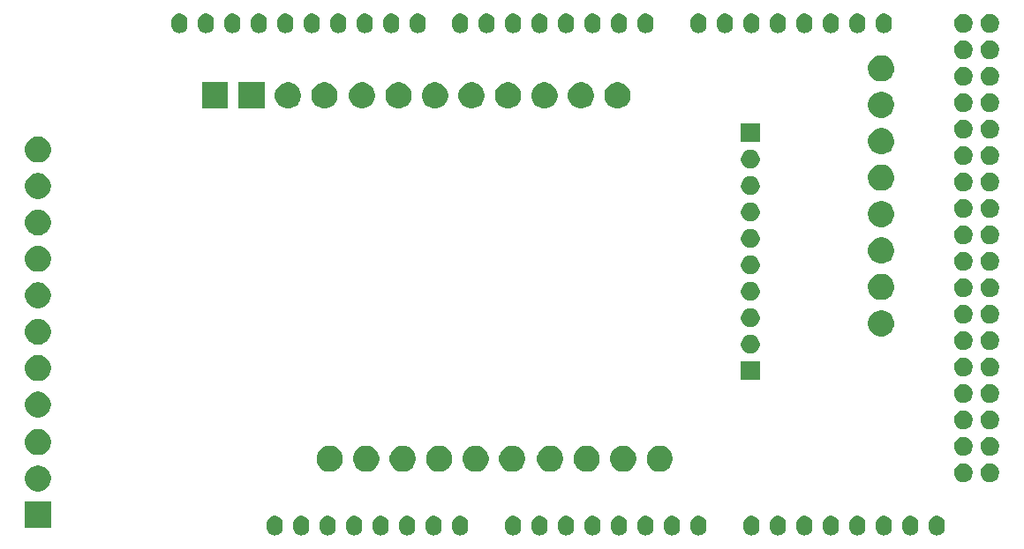
<source format=gbr>
G04 #@! TF.GenerationSoftware,KiCad,Pcbnew,(5.1.5-0-10_14)*
G04 #@! TF.CreationDate,2020-01-26T10:48:52-08:00*
G04 #@! TF.ProjectId,Printer Peripheral Interface,5072696e-7465-4722-9050-657269706865,rev?*
G04 #@! TF.SameCoordinates,Original*
G04 #@! TF.FileFunction,Soldermask,Bot*
G04 #@! TF.FilePolarity,Negative*
%FSLAX46Y46*%
G04 Gerber Fmt 4.6, Leading zero omitted, Abs format (unit mm)*
G04 Created by KiCad (PCBNEW (5.1.5-0-10_14)) date 2020-01-26 10:48:52*
%MOMM*%
%LPD*%
G04 APERTURE LIST*
%ADD10C,0.100000*%
G04 APERTURE END LIST*
D10*
G36*
X125790477Y-128204826D02*
G01*
X125896741Y-128237061D01*
X125934118Y-128248399D01*
X126066490Y-128319154D01*
X126066492Y-128319155D01*
X126066491Y-128319155D01*
X126182522Y-128414378D01*
X126260670Y-128509602D01*
X126277746Y-128530409D01*
X126348501Y-128662781D01*
X126359839Y-128700158D01*
X126392074Y-128806422D01*
X126403100Y-128918374D01*
X126403100Y-129348825D01*
X126392074Y-129460777D01*
X126366494Y-129545102D01*
X126348501Y-129604419D01*
X126277746Y-129736791D01*
X126182522Y-129852822D01*
X126066491Y-129948046D01*
X125934119Y-130018801D01*
X125896742Y-130030139D01*
X125790478Y-130062374D01*
X125641100Y-130077086D01*
X125491723Y-130062374D01*
X125385459Y-130030139D01*
X125348082Y-130018801D01*
X125215710Y-129948046D01*
X125194902Y-129930969D01*
X125099678Y-129852822D01*
X125004455Y-129736792D01*
X125004454Y-129736791D01*
X124933699Y-129604419D01*
X124922361Y-129567042D01*
X124890126Y-129460778D01*
X124879100Y-129348826D01*
X124879100Y-128918375D01*
X124890126Y-128806423D01*
X124933698Y-128662786D01*
X124933699Y-128662782D01*
X125004454Y-128530410D01*
X125018934Y-128512766D01*
X125099678Y-128414378D01*
X125215708Y-128319155D01*
X125215707Y-128319155D01*
X125215709Y-128319154D01*
X125348081Y-128248399D01*
X125385458Y-128237061D01*
X125491722Y-128204826D01*
X125641100Y-128190114D01*
X125790477Y-128204826D01*
G37*
G36*
X128330477Y-128204826D02*
G01*
X128436741Y-128237061D01*
X128474118Y-128248399D01*
X128606490Y-128319154D01*
X128606492Y-128319155D01*
X128606491Y-128319155D01*
X128722522Y-128414378D01*
X128800670Y-128509602D01*
X128817746Y-128530409D01*
X128888501Y-128662781D01*
X128899839Y-128700158D01*
X128932074Y-128806422D01*
X128943100Y-128918374D01*
X128943100Y-129348825D01*
X128932074Y-129460777D01*
X128906494Y-129545102D01*
X128888501Y-129604419D01*
X128817746Y-129736791D01*
X128722522Y-129852822D01*
X128606491Y-129948046D01*
X128474119Y-130018801D01*
X128436742Y-130030139D01*
X128330478Y-130062374D01*
X128181100Y-130077086D01*
X128031723Y-130062374D01*
X127925459Y-130030139D01*
X127888082Y-130018801D01*
X127755710Y-129948046D01*
X127734902Y-129930969D01*
X127639678Y-129852822D01*
X127544455Y-129736792D01*
X127544454Y-129736791D01*
X127473699Y-129604419D01*
X127462361Y-129567042D01*
X127430126Y-129460778D01*
X127419100Y-129348826D01*
X127419100Y-128918375D01*
X127430126Y-128806423D01*
X127473698Y-128662786D01*
X127473699Y-128662782D01*
X127544454Y-128530410D01*
X127558934Y-128512766D01*
X127639678Y-128414378D01*
X127755708Y-128319155D01*
X127755707Y-128319155D01*
X127755709Y-128319154D01*
X127888081Y-128248399D01*
X127925458Y-128237061D01*
X128031722Y-128204826D01*
X128181100Y-128190114D01*
X128330477Y-128204826D01*
G37*
G36*
X130870477Y-128204826D02*
G01*
X130976741Y-128237061D01*
X131014118Y-128248399D01*
X131146490Y-128319154D01*
X131146492Y-128319155D01*
X131146491Y-128319155D01*
X131262522Y-128414378D01*
X131340670Y-128509602D01*
X131357746Y-128530409D01*
X131428501Y-128662781D01*
X131439839Y-128700158D01*
X131472074Y-128806422D01*
X131483100Y-128918374D01*
X131483100Y-129348825D01*
X131472074Y-129460777D01*
X131446494Y-129545102D01*
X131428501Y-129604419D01*
X131357746Y-129736791D01*
X131262522Y-129852822D01*
X131146491Y-129948046D01*
X131014119Y-130018801D01*
X130976742Y-130030139D01*
X130870478Y-130062374D01*
X130721100Y-130077086D01*
X130571723Y-130062374D01*
X130465459Y-130030139D01*
X130428082Y-130018801D01*
X130295710Y-129948046D01*
X130274902Y-129930969D01*
X130179678Y-129852822D01*
X130084455Y-129736792D01*
X130084454Y-129736791D01*
X130013699Y-129604419D01*
X130002361Y-129567042D01*
X129970126Y-129460778D01*
X129959100Y-129348826D01*
X129959100Y-128918375D01*
X129970126Y-128806423D01*
X130013698Y-128662786D01*
X130013699Y-128662782D01*
X130084454Y-128530410D01*
X130098934Y-128512766D01*
X130179678Y-128414378D01*
X130295708Y-128319155D01*
X130295707Y-128319155D01*
X130295709Y-128319154D01*
X130428081Y-128248399D01*
X130465458Y-128237061D01*
X130571722Y-128204826D01*
X130721100Y-128190114D01*
X130870477Y-128204826D01*
G37*
G36*
X133410477Y-128204826D02*
G01*
X133516741Y-128237061D01*
X133554118Y-128248399D01*
X133686490Y-128319154D01*
X133686492Y-128319155D01*
X133686491Y-128319155D01*
X133802522Y-128414378D01*
X133880670Y-128509602D01*
X133897746Y-128530409D01*
X133968501Y-128662781D01*
X133979839Y-128700158D01*
X134012074Y-128806422D01*
X134023100Y-128918374D01*
X134023100Y-129348825D01*
X134012074Y-129460777D01*
X133986494Y-129545102D01*
X133968501Y-129604419D01*
X133897746Y-129736791D01*
X133802522Y-129852822D01*
X133686491Y-129948046D01*
X133554119Y-130018801D01*
X133516742Y-130030139D01*
X133410478Y-130062374D01*
X133261100Y-130077086D01*
X133111723Y-130062374D01*
X133005459Y-130030139D01*
X132968082Y-130018801D01*
X132835710Y-129948046D01*
X132814902Y-129930969D01*
X132719678Y-129852822D01*
X132624455Y-129736792D01*
X132624454Y-129736791D01*
X132553699Y-129604419D01*
X132542361Y-129567042D01*
X132510126Y-129460778D01*
X132499100Y-129348826D01*
X132499100Y-128918375D01*
X132510126Y-128806423D01*
X132553698Y-128662786D01*
X132553699Y-128662782D01*
X132624454Y-128530410D01*
X132638934Y-128512766D01*
X132719678Y-128414378D01*
X132835708Y-128319155D01*
X132835707Y-128319155D01*
X132835709Y-128319154D01*
X132968081Y-128248399D01*
X133005458Y-128237061D01*
X133111722Y-128204826D01*
X133261100Y-128190114D01*
X133410477Y-128204826D01*
G37*
G36*
X135950477Y-128204826D02*
G01*
X136056741Y-128237061D01*
X136094118Y-128248399D01*
X136226490Y-128319154D01*
X136226492Y-128319155D01*
X136226491Y-128319155D01*
X136342522Y-128414378D01*
X136420670Y-128509602D01*
X136437746Y-128530409D01*
X136508501Y-128662781D01*
X136519839Y-128700158D01*
X136552074Y-128806422D01*
X136563100Y-128918374D01*
X136563100Y-129348825D01*
X136552074Y-129460777D01*
X136526494Y-129545102D01*
X136508501Y-129604419D01*
X136437746Y-129736791D01*
X136342522Y-129852822D01*
X136226491Y-129948046D01*
X136094119Y-130018801D01*
X136056742Y-130030139D01*
X135950478Y-130062374D01*
X135801100Y-130077086D01*
X135651723Y-130062374D01*
X135545459Y-130030139D01*
X135508082Y-130018801D01*
X135375710Y-129948046D01*
X135354902Y-129930969D01*
X135259678Y-129852822D01*
X135164455Y-129736792D01*
X135164454Y-129736791D01*
X135093699Y-129604419D01*
X135082361Y-129567042D01*
X135050126Y-129460778D01*
X135039100Y-129348826D01*
X135039100Y-128918375D01*
X135050126Y-128806423D01*
X135093698Y-128662786D01*
X135093699Y-128662782D01*
X135164454Y-128530410D01*
X135178934Y-128512766D01*
X135259678Y-128414378D01*
X135375708Y-128319155D01*
X135375707Y-128319155D01*
X135375709Y-128319154D01*
X135508081Y-128248399D01*
X135545458Y-128237061D01*
X135651722Y-128204826D01*
X135801100Y-128190114D01*
X135950477Y-128204826D01*
G37*
G36*
X138490477Y-128204826D02*
G01*
X138596741Y-128237061D01*
X138634118Y-128248399D01*
X138766490Y-128319154D01*
X138766492Y-128319155D01*
X138766491Y-128319155D01*
X138882522Y-128414378D01*
X138960670Y-128509602D01*
X138977746Y-128530409D01*
X139048501Y-128662781D01*
X139059839Y-128700158D01*
X139092074Y-128806422D01*
X139103100Y-128918374D01*
X139103100Y-129348825D01*
X139092074Y-129460777D01*
X139066494Y-129545102D01*
X139048501Y-129604419D01*
X138977746Y-129736791D01*
X138882522Y-129852822D01*
X138766491Y-129948046D01*
X138634119Y-130018801D01*
X138596742Y-130030139D01*
X138490478Y-130062374D01*
X138341100Y-130077086D01*
X138191723Y-130062374D01*
X138085459Y-130030139D01*
X138048082Y-130018801D01*
X137915710Y-129948046D01*
X137894902Y-129930969D01*
X137799678Y-129852822D01*
X137704455Y-129736792D01*
X137704454Y-129736791D01*
X137633699Y-129604419D01*
X137622361Y-129567042D01*
X137590126Y-129460778D01*
X137579100Y-129348826D01*
X137579100Y-128918375D01*
X137590126Y-128806423D01*
X137633698Y-128662786D01*
X137633699Y-128662782D01*
X137704454Y-128530410D01*
X137718934Y-128512766D01*
X137799678Y-128414378D01*
X137915708Y-128319155D01*
X137915707Y-128319155D01*
X137915709Y-128319154D01*
X138048081Y-128248399D01*
X138085458Y-128237061D01*
X138191722Y-128204826D01*
X138341100Y-128190114D01*
X138490477Y-128204826D01*
G37*
G36*
X141030477Y-128204826D02*
G01*
X141136741Y-128237061D01*
X141174118Y-128248399D01*
X141306490Y-128319154D01*
X141306492Y-128319155D01*
X141306491Y-128319155D01*
X141422522Y-128414378D01*
X141500670Y-128509602D01*
X141517746Y-128530409D01*
X141588501Y-128662781D01*
X141599839Y-128700158D01*
X141632074Y-128806422D01*
X141643100Y-128918374D01*
X141643100Y-129348825D01*
X141632074Y-129460777D01*
X141606494Y-129545102D01*
X141588501Y-129604419D01*
X141517746Y-129736791D01*
X141422522Y-129852822D01*
X141306491Y-129948046D01*
X141174119Y-130018801D01*
X141136742Y-130030139D01*
X141030478Y-130062374D01*
X140881100Y-130077086D01*
X140731723Y-130062374D01*
X140625459Y-130030139D01*
X140588082Y-130018801D01*
X140455710Y-129948046D01*
X140434902Y-129930969D01*
X140339678Y-129852822D01*
X140244455Y-129736792D01*
X140244454Y-129736791D01*
X140173699Y-129604419D01*
X140162361Y-129567042D01*
X140130126Y-129460778D01*
X140119100Y-129348826D01*
X140119100Y-128918375D01*
X140130126Y-128806423D01*
X140173698Y-128662786D01*
X140173699Y-128662782D01*
X140244454Y-128530410D01*
X140258934Y-128512766D01*
X140339678Y-128414378D01*
X140455708Y-128319155D01*
X140455707Y-128319155D01*
X140455709Y-128319154D01*
X140588081Y-128248399D01*
X140625458Y-128237061D01*
X140731722Y-128204826D01*
X140881100Y-128190114D01*
X141030477Y-128204826D01*
G37*
G36*
X143570477Y-128204826D02*
G01*
X143676741Y-128237061D01*
X143714118Y-128248399D01*
X143846490Y-128319154D01*
X143846492Y-128319155D01*
X143846491Y-128319155D01*
X143962522Y-128414378D01*
X144040670Y-128509602D01*
X144057746Y-128530409D01*
X144128501Y-128662781D01*
X144139839Y-128700158D01*
X144172074Y-128806422D01*
X144183100Y-128918374D01*
X144183100Y-129348825D01*
X144172074Y-129460777D01*
X144146494Y-129545102D01*
X144128501Y-129604419D01*
X144057746Y-129736791D01*
X143962522Y-129852822D01*
X143846491Y-129948046D01*
X143714119Y-130018801D01*
X143676742Y-130030139D01*
X143570478Y-130062374D01*
X143421100Y-130077086D01*
X143271723Y-130062374D01*
X143165459Y-130030139D01*
X143128082Y-130018801D01*
X142995710Y-129948046D01*
X142974902Y-129930969D01*
X142879678Y-129852822D01*
X142784455Y-129736792D01*
X142784454Y-129736791D01*
X142713699Y-129604419D01*
X142702361Y-129567042D01*
X142670126Y-129460778D01*
X142659100Y-129348826D01*
X142659100Y-128918375D01*
X142670126Y-128806423D01*
X142713698Y-128662786D01*
X142713699Y-128662782D01*
X142784454Y-128530410D01*
X142798934Y-128512766D01*
X142879678Y-128414378D01*
X142995708Y-128319155D01*
X142995707Y-128319155D01*
X142995709Y-128319154D01*
X143128081Y-128248399D01*
X143165458Y-128237061D01*
X143271722Y-128204826D01*
X143421100Y-128190114D01*
X143570477Y-128204826D01*
G37*
G36*
X148650477Y-128204826D02*
G01*
X148756741Y-128237061D01*
X148794118Y-128248399D01*
X148926490Y-128319154D01*
X148926492Y-128319155D01*
X148926491Y-128319155D01*
X149042522Y-128414378D01*
X149120670Y-128509602D01*
X149137746Y-128530409D01*
X149208501Y-128662781D01*
X149219839Y-128700158D01*
X149252074Y-128806422D01*
X149263100Y-128918374D01*
X149263100Y-129348825D01*
X149252074Y-129460777D01*
X149226494Y-129545102D01*
X149208501Y-129604419D01*
X149137746Y-129736791D01*
X149042522Y-129852822D01*
X148926491Y-129948046D01*
X148794119Y-130018801D01*
X148756742Y-130030139D01*
X148650478Y-130062374D01*
X148501100Y-130077086D01*
X148351723Y-130062374D01*
X148245459Y-130030139D01*
X148208082Y-130018801D01*
X148075710Y-129948046D01*
X148054902Y-129930969D01*
X147959678Y-129852822D01*
X147864455Y-129736792D01*
X147864454Y-129736791D01*
X147793699Y-129604419D01*
X147782361Y-129567042D01*
X147750126Y-129460778D01*
X147739100Y-129348826D01*
X147739100Y-128918375D01*
X147750126Y-128806423D01*
X147793698Y-128662786D01*
X147793699Y-128662782D01*
X147864454Y-128530410D01*
X147878934Y-128512766D01*
X147959678Y-128414378D01*
X148075708Y-128319155D01*
X148075707Y-128319155D01*
X148075709Y-128319154D01*
X148208081Y-128248399D01*
X148245458Y-128237061D01*
X148351722Y-128204826D01*
X148501100Y-128190114D01*
X148650477Y-128204826D01*
G37*
G36*
X151190477Y-128204826D02*
G01*
X151296741Y-128237061D01*
X151334118Y-128248399D01*
X151466490Y-128319154D01*
X151466492Y-128319155D01*
X151466491Y-128319155D01*
X151582522Y-128414378D01*
X151660670Y-128509602D01*
X151677746Y-128530409D01*
X151748501Y-128662781D01*
X151759839Y-128700158D01*
X151792074Y-128806422D01*
X151803100Y-128918374D01*
X151803100Y-129348825D01*
X151792074Y-129460777D01*
X151766494Y-129545102D01*
X151748501Y-129604419D01*
X151677746Y-129736791D01*
X151582522Y-129852822D01*
X151466491Y-129948046D01*
X151334119Y-130018801D01*
X151296742Y-130030139D01*
X151190478Y-130062374D01*
X151041100Y-130077086D01*
X150891723Y-130062374D01*
X150785459Y-130030139D01*
X150748082Y-130018801D01*
X150615710Y-129948046D01*
X150594902Y-129930969D01*
X150499678Y-129852822D01*
X150404455Y-129736792D01*
X150404454Y-129736791D01*
X150333699Y-129604419D01*
X150322361Y-129567042D01*
X150290126Y-129460778D01*
X150279100Y-129348826D01*
X150279100Y-128918375D01*
X150290126Y-128806423D01*
X150333698Y-128662786D01*
X150333699Y-128662782D01*
X150404454Y-128530410D01*
X150418934Y-128512766D01*
X150499678Y-128414378D01*
X150615708Y-128319155D01*
X150615707Y-128319155D01*
X150615709Y-128319154D01*
X150748081Y-128248399D01*
X150785458Y-128237061D01*
X150891722Y-128204826D01*
X151041100Y-128190114D01*
X151190477Y-128204826D01*
G37*
G36*
X153730477Y-128204826D02*
G01*
X153836741Y-128237061D01*
X153874118Y-128248399D01*
X154006490Y-128319154D01*
X154006492Y-128319155D01*
X154006491Y-128319155D01*
X154122522Y-128414378D01*
X154200670Y-128509602D01*
X154217746Y-128530409D01*
X154288501Y-128662781D01*
X154299839Y-128700158D01*
X154332074Y-128806422D01*
X154343100Y-128918374D01*
X154343100Y-129348825D01*
X154332074Y-129460777D01*
X154306494Y-129545102D01*
X154288501Y-129604419D01*
X154217746Y-129736791D01*
X154122522Y-129852822D01*
X154006491Y-129948046D01*
X153874119Y-130018801D01*
X153836742Y-130030139D01*
X153730478Y-130062374D01*
X153581100Y-130077086D01*
X153431723Y-130062374D01*
X153325459Y-130030139D01*
X153288082Y-130018801D01*
X153155710Y-129948046D01*
X153134902Y-129930969D01*
X153039678Y-129852822D01*
X152944455Y-129736792D01*
X152944454Y-129736791D01*
X152873699Y-129604419D01*
X152862361Y-129567042D01*
X152830126Y-129460778D01*
X152819100Y-129348826D01*
X152819100Y-128918375D01*
X152830126Y-128806423D01*
X152873698Y-128662786D01*
X152873699Y-128662782D01*
X152944454Y-128530410D01*
X152958934Y-128512766D01*
X153039678Y-128414378D01*
X153155708Y-128319155D01*
X153155707Y-128319155D01*
X153155709Y-128319154D01*
X153288081Y-128248399D01*
X153325458Y-128237061D01*
X153431722Y-128204826D01*
X153581100Y-128190114D01*
X153730477Y-128204826D01*
G37*
G36*
X156270477Y-128204826D02*
G01*
X156376741Y-128237061D01*
X156414118Y-128248399D01*
X156546490Y-128319154D01*
X156546492Y-128319155D01*
X156546491Y-128319155D01*
X156662522Y-128414378D01*
X156740670Y-128509602D01*
X156757746Y-128530409D01*
X156828501Y-128662781D01*
X156839839Y-128700158D01*
X156872074Y-128806422D01*
X156883100Y-128918374D01*
X156883100Y-129348825D01*
X156872074Y-129460777D01*
X156846494Y-129545102D01*
X156828501Y-129604419D01*
X156757746Y-129736791D01*
X156662522Y-129852822D01*
X156546491Y-129948046D01*
X156414119Y-130018801D01*
X156376742Y-130030139D01*
X156270478Y-130062374D01*
X156121100Y-130077086D01*
X155971723Y-130062374D01*
X155865459Y-130030139D01*
X155828082Y-130018801D01*
X155695710Y-129948046D01*
X155674902Y-129930969D01*
X155579678Y-129852822D01*
X155484455Y-129736792D01*
X155484454Y-129736791D01*
X155413699Y-129604419D01*
X155402361Y-129567042D01*
X155370126Y-129460778D01*
X155359100Y-129348826D01*
X155359100Y-128918375D01*
X155370126Y-128806423D01*
X155413698Y-128662786D01*
X155413699Y-128662782D01*
X155484454Y-128530410D01*
X155498934Y-128512766D01*
X155579678Y-128414378D01*
X155695708Y-128319155D01*
X155695707Y-128319155D01*
X155695709Y-128319154D01*
X155828081Y-128248399D01*
X155865458Y-128237061D01*
X155971722Y-128204826D01*
X156121100Y-128190114D01*
X156270477Y-128204826D01*
G37*
G36*
X158810477Y-128204826D02*
G01*
X158916741Y-128237061D01*
X158954118Y-128248399D01*
X159086490Y-128319154D01*
X159086492Y-128319155D01*
X159086491Y-128319155D01*
X159202522Y-128414378D01*
X159280670Y-128509602D01*
X159297746Y-128530409D01*
X159368501Y-128662781D01*
X159379839Y-128700158D01*
X159412074Y-128806422D01*
X159423100Y-128918374D01*
X159423100Y-129348825D01*
X159412074Y-129460777D01*
X159386494Y-129545102D01*
X159368501Y-129604419D01*
X159297746Y-129736791D01*
X159202522Y-129852822D01*
X159086491Y-129948046D01*
X158954119Y-130018801D01*
X158916742Y-130030139D01*
X158810478Y-130062374D01*
X158661100Y-130077086D01*
X158511723Y-130062374D01*
X158405459Y-130030139D01*
X158368082Y-130018801D01*
X158235710Y-129948046D01*
X158214902Y-129930969D01*
X158119678Y-129852822D01*
X158024455Y-129736792D01*
X158024454Y-129736791D01*
X157953699Y-129604419D01*
X157942361Y-129567042D01*
X157910126Y-129460778D01*
X157899100Y-129348826D01*
X157899100Y-128918375D01*
X157910126Y-128806423D01*
X157953698Y-128662786D01*
X157953699Y-128662782D01*
X158024454Y-128530410D01*
X158038934Y-128512766D01*
X158119678Y-128414378D01*
X158235708Y-128319155D01*
X158235707Y-128319155D01*
X158235709Y-128319154D01*
X158368081Y-128248399D01*
X158405458Y-128237061D01*
X158511722Y-128204826D01*
X158661100Y-128190114D01*
X158810477Y-128204826D01*
G37*
G36*
X161350477Y-128204826D02*
G01*
X161456741Y-128237061D01*
X161494118Y-128248399D01*
X161626490Y-128319154D01*
X161626492Y-128319155D01*
X161626491Y-128319155D01*
X161742522Y-128414378D01*
X161820670Y-128509602D01*
X161837746Y-128530409D01*
X161908501Y-128662781D01*
X161919839Y-128700158D01*
X161952074Y-128806422D01*
X161963100Y-128918374D01*
X161963100Y-129348825D01*
X161952074Y-129460777D01*
X161926494Y-129545102D01*
X161908501Y-129604419D01*
X161837746Y-129736791D01*
X161742522Y-129852822D01*
X161626491Y-129948046D01*
X161494119Y-130018801D01*
X161456742Y-130030139D01*
X161350478Y-130062374D01*
X161201100Y-130077086D01*
X161051723Y-130062374D01*
X160945459Y-130030139D01*
X160908082Y-130018801D01*
X160775710Y-129948046D01*
X160754902Y-129930969D01*
X160659678Y-129852822D01*
X160564455Y-129736792D01*
X160564454Y-129736791D01*
X160493699Y-129604419D01*
X160482361Y-129567042D01*
X160450126Y-129460778D01*
X160439100Y-129348826D01*
X160439100Y-128918375D01*
X160450126Y-128806423D01*
X160493698Y-128662786D01*
X160493699Y-128662782D01*
X160564454Y-128530410D01*
X160578934Y-128512766D01*
X160659678Y-128414378D01*
X160775708Y-128319155D01*
X160775707Y-128319155D01*
X160775709Y-128319154D01*
X160908081Y-128248399D01*
X160945458Y-128237061D01*
X161051722Y-128204826D01*
X161201100Y-128190114D01*
X161350477Y-128204826D01*
G37*
G36*
X163890477Y-128204826D02*
G01*
X163996741Y-128237061D01*
X164034118Y-128248399D01*
X164166490Y-128319154D01*
X164166492Y-128319155D01*
X164166491Y-128319155D01*
X164282522Y-128414378D01*
X164360670Y-128509602D01*
X164377746Y-128530409D01*
X164448501Y-128662781D01*
X164459839Y-128700158D01*
X164492074Y-128806422D01*
X164503100Y-128918374D01*
X164503100Y-129348825D01*
X164492074Y-129460777D01*
X164466494Y-129545102D01*
X164448501Y-129604419D01*
X164377746Y-129736791D01*
X164282522Y-129852822D01*
X164166491Y-129948046D01*
X164034119Y-130018801D01*
X163996742Y-130030139D01*
X163890478Y-130062374D01*
X163741100Y-130077086D01*
X163591723Y-130062374D01*
X163485459Y-130030139D01*
X163448082Y-130018801D01*
X163315710Y-129948046D01*
X163294902Y-129930969D01*
X163199678Y-129852822D01*
X163104455Y-129736792D01*
X163104454Y-129736791D01*
X163033699Y-129604419D01*
X163022361Y-129567042D01*
X162990126Y-129460778D01*
X162979100Y-129348826D01*
X162979100Y-128918375D01*
X162990126Y-128806423D01*
X163033698Y-128662786D01*
X163033699Y-128662782D01*
X163104454Y-128530410D01*
X163118934Y-128512766D01*
X163199678Y-128414378D01*
X163315708Y-128319155D01*
X163315707Y-128319155D01*
X163315709Y-128319154D01*
X163448081Y-128248399D01*
X163485458Y-128237061D01*
X163591722Y-128204826D01*
X163741100Y-128190114D01*
X163890477Y-128204826D01*
G37*
G36*
X166430477Y-128204826D02*
G01*
X166536741Y-128237061D01*
X166574118Y-128248399D01*
X166706490Y-128319154D01*
X166706492Y-128319155D01*
X166706491Y-128319155D01*
X166822522Y-128414378D01*
X166900670Y-128509602D01*
X166917746Y-128530409D01*
X166988501Y-128662781D01*
X166999839Y-128700158D01*
X167032074Y-128806422D01*
X167043100Y-128918374D01*
X167043100Y-129348825D01*
X167032074Y-129460777D01*
X167006494Y-129545102D01*
X166988501Y-129604419D01*
X166917746Y-129736791D01*
X166822522Y-129852822D01*
X166706491Y-129948046D01*
X166574119Y-130018801D01*
X166536742Y-130030139D01*
X166430478Y-130062374D01*
X166281100Y-130077086D01*
X166131723Y-130062374D01*
X166025459Y-130030139D01*
X165988082Y-130018801D01*
X165855710Y-129948046D01*
X165834902Y-129930969D01*
X165739678Y-129852822D01*
X165644455Y-129736792D01*
X165644454Y-129736791D01*
X165573699Y-129604419D01*
X165562361Y-129567042D01*
X165530126Y-129460778D01*
X165519100Y-129348826D01*
X165519100Y-128918375D01*
X165530126Y-128806423D01*
X165573698Y-128662786D01*
X165573699Y-128662782D01*
X165644454Y-128530410D01*
X165658934Y-128512766D01*
X165739678Y-128414378D01*
X165855708Y-128319155D01*
X165855707Y-128319155D01*
X165855709Y-128319154D01*
X165988081Y-128248399D01*
X166025458Y-128237061D01*
X166131722Y-128204826D01*
X166281100Y-128190114D01*
X166430477Y-128204826D01*
G37*
G36*
X171510477Y-128204826D02*
G01*
X171616741Y-128237061D01*
X171654118Y-128248399D01*
X171786490Y-128319154D01*
X171786492Y-128319155D01*
X171786491Y-128319155D01*
X171902522Y-128414378D01*
X171980670Y-128509602D01*
X171997746Y-128530409D01*
X172068501Y-128662781D01*
X172079839Y-128700158D01*
X172112074Y-128806422D01*
X172123100Y-128918374D01*
X172123100Y-129348825D01*
X172112074Y-129460777D01*
X172086494Y-129545102D01*
X172068501Y-129604419D01*
X171997746Y-129736791D01*
X171902522Y-129852822D01*
X171786491Y-129948046D01*
X171654119Y-130018801D01*
X171616742Y-130030139D01*
X171510478Y-130062374D01*
X171361100Y-130077086D01*
X171211723Y-130062374D01*
X171105459Y-130030139D01*
X171068082Y-130018801D01*
X170935710Y-129948046D01*
X170914902Y-129930969D01*
X170819678Y-129852822D01*
X170724455Y-129736792D01*
X170724454Y-129736791D01*
X170653699Y-129604419D01*
X170642361Y-129567042D01*
X170610126Y-129460778D01*
X170599100Y-129348826D01*
X170599100Y-128918375D01*
X170610126Y-128806423D01*
X170653698Y-128662786D01*
X170653699Y-128662782D01*
X170724454Y-128530410D01*
X170738934Y-128512766D01*
X170819678Y-128414378D01*
X170935708Y-128319155D01*
X170935707Y-128319155D01*
X170935709Y-128319154D01*
X171068081Y-128248399D01*
X171105458Y-128237061D01*
X171211722Y-128204826D01*
X171361100Y-128190114D01*
X171510477Y-128204826D01*
G37*
G36*
X174050477Y-128204826D02*
G01*
X174156741Y-128237061D01*
X174194118Y-128248399D01*
X174326490Y-128319154D01*
X174326492Y-128319155D01*
X174326491Y-128319155D01*
X174442522Y-128414378D01*
X174520670Y-128509602D01*
X174537746Y-128530409D01*
X174608501Y-128662781D01*
X174619839Y-128700158D01*
X174652074Y-128806422D01*
X174663100Y-128918374D01*
X174663100Y-129348825D01*
X174652074Y-129460777D01*
X174626494Y-129545102D01*
X174608501Y-129604419D01*
X174537746Y-129736791D01*
X174442522Y-129852822D01*
X174326491Y-129948046D01*
X174194119Y-130018801D01*
X174156742Y-130030139D01*
X174050478Y-130062374D01*
X173901100Y-130077086D01*
X173751723Y-130062374D01*
X173645459Y-130030139D01*
X173608082Y-130018801D01*
X173475710Y-129948046D01*
X173454902Y-129930969D01*
X173359678Y-129852822D01*
X173264455Y-129736792D01*
X173264454Y-129736791D01*
X173193699Y-129604419D01*
X173182361Y-129567042D01*
X173150126Y-129460778D01*
X173139100Y-129348826D01*
X173139100Y-128918375D01*
X173150126Y-128806423D01*
X173193698Y-128662786D01*
X173193699Y-128662782D01*
X173264454Y-128530410D01*
X173278934Y-128512766D01*
X173359678Y-128414378D01*
X173475708Y-128319155D01*
X173475707Y-128319155D01*
X173475709Y-128319154D01*
X173608081Y-128248399D01*
X173645458Y-128237061D01*
X173751722Y-128204826D01*
X173901100Y-128190114D01*
X174050477Y-128204826D01*
G37*
G36*
X176590477Y-128204826D02*
G01*
X176696741Y-128237061D01*
X176734118Y-128248399D01*
X176866490Y-128319154D01*
X176866492Y-128319155D01*
X176866491Y-128319155D01*
X176982522Y-128414378D01*
X177060670Y-128509602D01*
X177077746Y-128530409D01*
X177148501Y-128662781D01*
X177159839Y-128700158D01*
X177192074Y-128806422D01*
X177203100Y-128918374D01*
X177203100Y-129348825D01*
X177192074Y-129460777D01*
X177166494Y-129545102D01*
X177148501Y-129604419D01*
X177077746Y-129736791D01*
X176982522Y-129852822D01*
X176866491Y-129948046D01*
X176734119Y-130018801D01*
X176696742Y-130030139D01*
X176590478Y-130062374D01*
X176441100Y-130077086D01*
X176291723Y-130062374D01*
X176185459Y-130030139D01*
X176148082Y-130018801D01*
X176015710Y-129948046D01*
X175994902Y-129930969D01*
X175899678Y-129852822D01*
X175804455Y-129736792D01*
X175804454Y-129736791D01*
X175733699Y-129604419D01*
X175722361Y-129567042D01*
X175690126Y-129460778D01*
X175679100Y-129348826D01*
X175679100Y-128918375D01*
X175690126Y-128806423D01*
X175733698Y-128662786D01*
X175733699Y-128662782D01*
X175804454Y-128530410D01*
X175818934Y-128512766D01*
X175899678Y-128414378D01*
X176015708Y-128319155D01*
X176015707Y-128319155D01*
X176015709Y-128319154D01*
X176148081Y-128248399D01*
X176185458Y-128237061D01*
X176291722Y-128204826D01*
X176441100Y-128190114D01*
X176590477Y-128204826D01*
G37*
G36*
X179130477Y-128204826D02*
G01*
X179236741Y-128237061D01*
X179274118Y-128248399D01*
X179406490Y-128319154D01*
X179406492Y-128319155D01*
X179406491Y-128319155D01*
X179522522Y-128414378D01*
X179600670Y-128509602D01*
X179617746Y-128530409D01*
X179688501Y-128662781D01*
X179699839Y-128700158D01*
X179732074Y-128806422D01*
X179743100Y-128918374D01*
X179743100Y-129348825D01*
X179732074Y-129460777D01*
X179706494Y-129545102D01*
X179688501Y-129604419D01*
X179617746Y-129736791D01*
X179522522Y-129852822D01*
X179406491Y-129948046D01*
X179274119Y-130018801D01*
X179236742Y-130030139D01*
X179130478Y-130062374D01*
X178981100Y-130077086D01*
X178831723Y-130062374D01*
X178725459Y-130030139D01*
X178688082Y-130018801D01*
X178555710Y-129948046D01*
X178534902Y-129930969D01*
X178439678Y-129852822D01*
X178344455Y-129736792D01*
X178344454Y-129736791D01*
X178273699Y-129604419D01*
X178262361Y-129567042D01*
X178230126Y-129460778D01*
X178219100Y-129348826D01*
X178219100Y-128918375D01*
X178230126Y-128806423D01*
X178273698Y-128662786D01*
X178273699Y-128662782D01*
X178344454Y-128530410D01*
X178358934Y-128512766D01*
X178439678Y-128414378D01*
X178555708Y-128319155D01*
X178555707Y-128319155D01*
X178555709Y-128319154D01*
X178688081Y-128248399D01*
X178725458Y-128237061D01*
X178831722Y-128204826D01*
X178981100Y-128190114D01*
X179130477Y-128204826D01*
G37*
G36*
X181670477Y-128204826D02*
G01*
X181776741Y-128237061D01*
X181814118Y-128248399D01*
X181946490Y-128319154D01*
X181946492Y-128319155D01*
X181946491Y-128319155D01*
X182062522Y-128414378D01*
X182140670Y-128509602D01*
X182157746Y-128530409D01*
X182228501Y-128662781D01*
X182239839Y-128700158D01*
X182272074Y-128806422D01*
X182283100Y-128918374D01*
X182283100Y-129348825D01*
X182272074Y-129460777D01*
X182246494Y-129545102D01*
X182228501Y-129604419D01*
X182157746Y-129736791D01*
X182062522Y-129852822D01*
X181946491Y-129948046D01*
X181814119Y-130018801D01*
X181776742Y-130030139D01*
X181670478Y-130062374D01*
X181521100Y-130077086D01*
X181371723Y-130062374D01*
X181265459Y-130030139D01*
X181228082Y-130018801D01*
X181095710Y-129948046D01*
X181074902Y-129930969D01*
X180979678Y-129852822D01*
X180884455Y-129736792D01*
X180884454Y-129736791D01*
X180813699Y-129604419D01*
X180802361Y-129567042D01*
X180770126Y-129460778D01*
X180759100Y-129348826D01*
X180759100Y-128918375D01*
X180770126Y-128806423D01*
X180813698Y-128662786D01*
X180813699Y-128662782D01*
X180884454Y-128530410D01*
X180898934Y-128512766D01*
X180979678Y-128414378D01*
X181095708Y-128319155D01*
X181095707Y-128319155D01*
X181095709Y-128319154D01*
X181228081Y-128248399D01*
X181265458Y-128237061D01*
X181371722Y-128204826D01*
X181521100Y-128190114D01*
X181670477Y-128204826D01*
G37*
G36*
X184210477Y-128204826D02*
G01*
X184316741Y-128237061D01*
X184354118Y-128248399D01*
X184486490Y-128319154D01*
X184486492Y-128319155D01*
X184486491Y-128319155D01*
X184602522Y-128414378D01*
X184680670Y-128509602D01*
X184697746Y-128530409D01*
X184768501Y-128662781D01*
X184779839Y-128700158D01*
X184812074Y-128806422D01*
X184823100Y-128918374D01*
X184823100Y-129348825D01*
X184812074Y-129460777D01*
X184786494Y-129545102D01*
X184768501Y-129604419D01*
X184697746Y-129736791D01*
X184602522Y-129852822D01*
X184486491Y-129948046D01*
X184354119Y-130018801D01*
X184316742Y-130030139D01*
X184210478Y-130062374D01*
X184061100Y-130077086D01*
X183911723Y-130062374D01*
X183805459Y-130030139D01*
X183768082Y-130018801D01*
X183635710Y-129948046D01*
X183614902Y-129930969D01*
X183519678Y-129852822D01*
X183424455Y-129736792D01*
X183424454Y-129736791D01*
X183353699Y-129604419D01*
X183342361Y-129567042D01*
X183310126Y-129460778D01*
X183299100Y-129348826D01*
X183299100Y-128918375D01*
X183310126Y-128806423D01*
X183353698Y-128662786D01*
X183353699Y-128662782D01*
X183424454Y-128530410D01*
X183438934Y-128512766D01*
X183519678Y-128414378D01*
X183635708Y-128319155D01*
X183635707Y-128319155D01*
X183635709Y-128319154D01*
X183768081Y-128248399D01*
X183805458Y-128237061D01*
X183911722Y-128204826D01*
X184061100Y-128190114D01*
X184210477Y-128204826D01*
G37*
G36*
X186750477Y-128204826D02*
G01*
X186856741Y-128237061D01*
X186894118Y-128248399D01*
X187026490Y-128319154D01*
X187026492Y-128319155D01*
X187026491Y-128319155D01*
X187142522Y-128414378D01*
X187220670Y-128509602D01*
X187237746Y-128530409D01*
X187308501Y-128662781D01*
X187319839Y-128700158D01*
X187352074Y-128806422D01*
X187363100Y-128918374D01*
X187363100Y-129348825D01*
X187352074Y-129460777D01*
X187326494Y-129545102D01*
X187308501Y-129604419D01*
X187237746Y-129736791D01*
X187142522Y-129852822D01*
X187026491Y-129948046D01*
X186894119Y-130018801D01*
X186856742Y-130030139D01*
X186750478Y-130062374D01*
X186601100Y-130077086D01*
X186451723Y-130062374D01*
X186345459Y-130030139D01*
X186308082Y-130018801D01*
X186175710Y-129948046D01*
X186154902Y-129930969D01*
X186059678Y-129852822D01*
X185964455Y-129736792D01*
X185964454Y-129736791D01*
X185893699Y-129604419D01*
X185882361Y-129567042D01*
X185850126Y-129460778D01*
X185839100Y-129348826D01*
X185839100Y-128918375D01*
X185850126Y-128806423D01*
X185893698Y-128662786D01*
X185893699Y-128662782D01*
X185964454Y-128530410D01*
X185978934Y-128512766D01*
X186059678Y-128414378D01*
X186175708Y-128319155D01*
X186175707Y-128319155D01*
X186175709Y-128319154D01*
X186308081Y-128248399D01*
X186345458Y-128237061D01*
X186451722Y-128204826D01*
X186601100Y-128190114D01*
X186750477Y-128204826D01*
G37*
G36*
X189290477Y-128204826D02*
G01*
X189396741Y-128237061D01*
X189434118Y-128248399D01*
X189566490Y-128319154D01*
X189566492Y-128319155D01*
X189566491Y-128319155D01*
X189682522Y-128414378D01*
X189760670Y-128509602D01*
X189777746Y-128530409D01*
X189848501Y-128662781D01*
X189859839Y-128700158D01*
X189892074Y-128806422D01*
X189903100Y-128918374D01*
X189903100Y-129348825D01*
X189892074Y-129460777D01*
X189866494Y-129545102D01*
X189848501Y-129604419D01*
X189777746Y-129736791D01*
X189682522Y-129852822D01*
X189566491Y-129948046D01*
X189434119Y-130018801D01*
X189396742Y-130030139D01*
X189290478Y-130062374D01*
X189141100Y-130077086D01*
X188991723Y-130062374D01*
X188885459Y-130030139D01*
X188848082Y-130018801D01*
X188715710Y-129948046D01*
X188694902Y-129930969D01*
X188599678Y-129852822D01*
X188504455Y-129736792D01*
X188504454Y-129736791D01*
X188433699Y-129604419D01*
X188422361Y-129567042D01*
X188390126Y-129460778D01*
X188379100Y-129348826D01*
X188379100Y-128918375D01*
X188390126Y-128806423D01*
X188433698Y-128662786D01*
X188433699Y-128662782D01*
X188504454Y-128530410D01*
X188518934Y-128512766D01*
X188599678Y-128414378D01*
X188715708Y-128319155D01*
X188715707Y-128319155D01*
X188715709Y-128319154D01*
X188848081Y-128248399D01*
X188885458Y-128237061D01*
X188991722Y-128204826D01*
X189141100Y-128190114D01*
X189290477Y-128204826D01*
G37*
G36*
X104171000Y-129351000D02*
G01*
X101669000Y-129351000D01*
X101669000Y-126849000D01*
X104171000Y-126849000D01*
X104171000Y-129351000D01*
G37*
G36*
X103284903Y-123397075D02*
G01*
X103501751Y-123486896D01*
X103512571Y-123491378D01*
X103717466Y-123628285D01*
X103891715Y-123802534D01*
X104028622Y-124007429D01*
X104122925Y-124235097D01*
X104171000Y-124476787D01*
X104171000Y-124723213D01*
X104122925Y-124964903D01*
X104028622Y-125192571D01*
X103891715Y-125397466D01*
X103717466Y-125571715D01*
X103512571Y-125708622D01*
X103512570Y-125708623D01*
X103512569Y-125708623D01*
X103284903Y-125802925D01*
X103043214Y-125851000D01*
X102796786Y-125851000D01*
X102555097Y-125802925D01*
X102327431Y-125708623D01*
X102327430Y-125708623D01*
X102327429Y-125708622D01*
X102122534Y-125571715D01*
X101948285Y-125397466D01*
X101811378Y-125192571D01*
X101717075Y-124964903D01*
X101669000Y-124723213D01*
X101669000Y-124476787D01*
X101717075Y-124235097D01*
X101811378Y-124007429D01*
X101948285Y-123802534D01*
X102122534Y-123628285D01*
X102327429Y-123491378D01*
X102338250Y-123486896D01*
X102555097Y-123397075D01*
X102796786Y-123349000D01*
X103043214Y-123349000D01*
X103284903Y-123397075D01*
G37*
G36*
X194394535Y-123181682D02*
G01*
X194480412Y-123198764D01*
X194642199Y-123265779D01*
X194787804Y-123363069D01*
X194911631Y-123486896D01*
X195008921Y-123632501D01*
X195075936Y-123794288D01*
X195110100Y-123966041D01*
X195110100Y-124141159D01*
X195075936Y-124312912D01*
X195008921Y-124474699D01*
X194911631Y-124620304D01*
X194787804Y-124744131D01*
X194642199Y-124841421D01*
X194480412Y-124908436D01*
X194308660Y-124942600D01*
X194133540Y-124942600D01*
X193961788Y-124908436D01*
X193800001Y-124841421D01*
X193654396Y-124744131D01*
X193530569Y-124620304D01*
X193433279Y-124474699D01*
X193366264Y-124312912D01*
X193332100Y-124141159D01*
X193332100Y-123966041D01*
X193366264Y-123794288D01*
X193433279Y-123632501D01*
X193530569Y-123486896D01*
X193654396Y-123363069D01*
X193800001Y-123265779D01*
X193961788Y-123198764D01*
X194047665Y-123181682D01*
X194133540Y-123164600D01*
X194308660Y-123164600D01*
X194394535Y-123181682D01*
G37*
G36*
X191854535Y-123181682D02*
G01*
X191940412Y-123198764D01*
X192102199Y-123265779D01*
X192247804Y-123363069D01*
X192371631Y-123486896D01*
X192468921Y-123632501D01*
X192535936Y-123794288D01*
X192570100Y-123966041D01*
X192570100Y-124141159D01*
X192535936Y-124312912D01*
X192468921Y-124474699D01*
X192371631Y-124620304D01*
X192247804Y-124744131D01*
X192102199Y-124841421D01*
X191940412Y-124908436D01*
X191768660Y-124942600D01*
X191593540Y-124942600D01*
X191421788Y-124908436D01*
X191260001Y-124841421D01*
X191114396Y-124744131D01*
X190990569Y-124620304D01*
X190893279Y-124474699D01*
X190826264Y-124312912D01*
X190792100Y-124141159D01*
X190792100Y-123966041D01*
X190826264Y-123794288D01*
X190893279Y-123632501D01*
X190990569Y-123486896D01*
X191114396Y-123363069D01*
X191260001Y-123265779D01*
X191421788Y-123198764D01*
X191507665Y-123181682D01*
X191593540Y-123164600D01*
X191768660Y-123164600D01*
X191854535Y-123181682D01*
G37*
G36*
X148764903Y-121497075D02*
G01*
X148992571Y-121591378D01*
X149197466Y-121728285D01*
X149371715Y-121902534D01*
X149508622Y-122107429D01*
X149508623Y-122107431D01*
X149550538Y-122208623D01*
X149602925Y-122335097D01*
X149651000Y-122576787D01*
X149651000Y-122823213D01*
X149602925Y-123064903D01*
X149508622Y-123292571D01*
X149371715Y-123497466D01*
X149197466Y-123671715D01*
X148992571Y-123808622D01*
X148992570Y-123808623D01*
X148992569Y-123808623D01*
X148764903Y-123902925D01*
X148523214Y-123951000D01*
X148276786Y-123951000D01*
X148035097Y-123902925D01*
X147807431Y-123808623D01*
X147807430Y-123808623D01*
X147807429Y-123808622D01*
X147602534Y-123671715D01*
X147428285Y-123497466D01*
X147291378Y-123292571D01*
X147197075Y-123064903D01*
X147149000Y-122823213D01*
X147149000Y-122576787D01*
X147197075Y-122335097D01*
X147249462Y-122208623D01*
X147291377Y-122107431D01*
X147291378Y-122107429D01*
X147428285Y-121902534D01*
X147602534Y-121728285D01*
X147807429Y-121591378D01*
X148035097Y-121497075D01*
X148276786Y-121449000D01*
X148523214Y-121449000D01*
X148764903Y-121497075D01*
G37*
G36*
X162914903Y-121497075D02*
G01*
X163142571Y-121591378D01*
X163347466Y-121728285D01*
X163521715Y-121902534D01*
X163658622Y-122107429D01*
X163658623Y-122107431D01*
X163700538Y-122208623D01*
X163752925Y-122335097D01*
X163801000Y-122576787D01*
X163801000Y-122823213D01*
X163752925Y-123064903D01*
X163658622Y-123292571D01*
X163521715Y-123497466D01*
X163347466Y-123671715D01*
X163142571Y-123808622D01*
X163142570Y-123808623D01*
X163142569Y-123808623D01*
X162914903Y-123902925D01*
X162673214Y-123951000D01*
X162426786Y-123951000D01*
X162185097Y-123902925D01*
X161957431Y-123808623D01*
X161957430Y-123808623D01*
X161957429Y-123808622D01*
X161752534Y-123671715D01*
X161578285Y-123497466D01*
X161441378Y-123292571D01*
X161347075Y-123064903D01*
X161299000Y-122823213D01*
X161299000Y-122576787D01*
X161347075Y-122335097D01*
X161399462Y-122208623D01*
X161441377Y-122107431D01*
X161441378Y-122107429D01*
X161578285Y-121902534D01*
X161752534Y-121728285D01*
X161957429Y-121591378D01*
X162185097Y-121497075D01*
X162426786Y-121449000D01*
X162673214Y-121449000D01*
X162914903Y-121497075D01*
G37*
G36*
X159414903Y-121497075D02*
G01*
X159642571Y-121591378D01*
X159847466Y-121728285D01*
X160021715Y-121902534D01*
X160158622Y-122107429D01*
X160158623Y-122107431D01*
X160200538Y-122208623D01*
X160252925Y-122335097D01*
X160301000Y-122576787D01*
X160301000Y-122823213D01*
X160252925Y-123064903D01*
X160158622Y-123292571D01*
X160021715Y-123497466D01*
X159847466Y-123671715D01*
X159642571Y-123808622D01*
X159642570Y-123808623D01*
X159642569Y-123808623D01*
X159414903Y-123902925D01*
X159173214Y-123951000D01*
X158926786Y-123951000D01*
X158685097Y-123902925D01*
X158457431Y-123808623D01*
X158457430Y-123808623D01*
X158457429Y-123808622D01*
X158252534Y-123671715D01*
X158078285Y-123497466D01*
X157941378Y-123292571D01*
X157847075Y-123064903D01*
X157799000Y-122823213D01*
X157799000Y-122576787D01*
X157847075Y-122335097D01*
X157899462Y-122208623D01*
X157941377Y-122107431D01*
X157941378Y-122107429D01*
X158078285Y-121902534D01*
X158252534Y-121728285D01*
X158457429Y-121591378D01*
X158685097Y-121497075D01*
X158926786Y-121449000D01*
X159173214Y-121449000D01*
X159414903Y-121497075D01*
G37*
G36*
X155914903Y-121497075D02*
G01*
X156142571Y-121591378D01*
X156347466Y-121728285D01*
X156521715Y-121902534D01*
X156658622Y-122107429D01*
X156658623Y-122107431D01*
X156700538Y-122208623D01*
X156752925Y-122335097D01*
X156801000Y-122576787D01*
X156801000Y-122823213D01*
X156752925Y-123064903D01*
X156658622Y-123292571D01*
X156521715Y-123497466D01*
X156347466Y-123671715D01*
X156142571Y-123808622D01*
X156142570Y-123808623D01*
X156142569Y-123808623D01*
X155914903Y-123902925D01*
X155673214Y-123951000D01*
X155426786Y-123951000D01*
X155185097Y-123902925D01*
X154957431Y-123808623D01*
X154957430Y-123808623D01*
X154957429Y-123808622D01*
X154752534Y-123671715D01*
X154578285Y-123497466D01*
X154441378Y-123292571D01*
X154347075Y-123064903D01*
X154299000Y-122823213D01*
X154299000Y-122576787D01*
X154347075Y-122335097D01*
X154399462Y-122208623D01*
X154441377Y-122107431D01*
X154441378Y-122107429D01*
X154578285Y-121902534D01*
X154752534Y-121728285D01*
X154957429Y-121591378D01*
X155185097Y-121497075D01*
X155426786Y-121449000D01*
X155673214Y-121449000D01*
X155914903Y-121497075D01*
G37*
G36*
X152414903Y-121497075D02*
G01*
X152642571Y-121591378D01*
X152847466Y-121728285D01*
X153021715Y-121902534D01*
X153158622Y-122107429D01*
X153158623Y-122107431D01*
X153200538Y-122208623D01*
X153252925Y-122335097D01*
X153301000Y-122576787D01*
X153301000Y-122823213D01*
X153252925Y-123064903D01*
X153158622Y-123292571D01*
X153021715Y-123497466D01*
X152847466Y-123671715D01*
X152642571Y-123808622D01*
X152642570Y-123808623D01*
X152642569Y-123808623D01*
X152414903Y-123902925D01*
X152173214Y-123951000D01*
X151926786Y-123951000D01*
X151685097Y-123902925D01*
X151457431Y-123808623D01*
X151457430Y-123808623D01*
X151457429Y-123808622D01*
X151252534Y-123671715D01*
X151078285Y-123497466D01*
X150941378Y-123292571D01*
X150847075Y-123064903D01*
X150799000Y-122823213D01*
X150799000Y-122576787D01*
X150847075Y-122335097D01*
X150899462Y-122208623D01*
X150941377Y-122107431D01*
X150941378Y-122107429D01*
X151078285Y-121902534D01*
X151252534Y-121728285D01*
X151457429Y-121591378D01*
X151685097Y-121497075D01*
X151926786Y-121449000D01*
X152173214Y-121449000D01*
X152414903Y-121497075D01*
G37*
G36*
X145264903Y-121497075D02*
G01*
X145492571Y-121591378D01*
X145697466Y-121728285D01*
X145871715Y-121902534D01*
X146008622Y-122107429D01*
X146008623Y-122107431D01*
X146050538Y-122208623D01*
X146102925Y-122335097D01*
X146151000Y-122576787D01*
X146151000Y-122823213D01*
X146102925Y-123064903D01*
X146008622Y-123292571D01*
X145871715Y-123497466D01*
X145697466Y-123671715D01*
X145492571Y-123808622D01*
X145492570Y-123808623D01*
X145492569Y-123808623D01*
X145264903Y-123902925D01*
X145023214Y-123951000D01*
X144776786Y-123951000D01*
X144535097Y-123902925D01*
X144307431Y-123808623D01*
X144307430Y-123808623D01*
X144307429Y-123808622D01*
X144102534Y-123671715D01*
X143928285Y-123497466D01*
X143791378Y-123292571D01*
X143697075Y-123064903D01*
X143649000Y-122823213D01*
X143649000Y-122576787D01*
X143697075Y-122335097D01*
X143749462Y-122208623D01*
X143791377Y-122107431D01*
X143791378Y-122107429D01*
X143928285Y-121902534D01*
X144102534Y-121728285D01*
X144307429Y-121591378D01*
X144535097Y-121497075D01*
X144776786Y-121449000D01*
X145023214Y-121449000D01*
X145264903Y-121497075D01*
G37*
G36*
X141764903Y-121497075D02*
G01*
X141992571Y-121591378D01*
X142197466Y-121728285D01*
X142371715Y-121902534D01*
X142508622Y-122107429D01*
X142508623Y-122107431D01*
X142550538Y-122208623D01*
X142602925Y-122335097D01*
X142651000Y-122576787D01*
X142651000Y-122823213D01*
X142602925Y-123064903D01*
X142508622Y-123292571D01*
X142371715Y-123497466D01*
X142197466Y-123671715D01*
X141992571Y-123808622D01*
X141992570Y-123808623D01*
X141992569Y-123808623D01*
X141764903Y-123902925D01*
X141523214Y-123951000D01*
X141276786Y-123951000D01*
X141035097Y-123902925D01*
X140807431Y-123808623D01*
X140807430Y-123808623D01*
X140807429Y-123808622D01*
X140602534Y-123671715D01*
X140428285Y-123497466D01*
X140291378Y-123292571D01*
X140197075Y-123064903D01*
X140149000Y-122823213D01*
X140149000Y-122576787D01*
X140197075Y-122335097D01*
X140249462Y-122208623D01*
X140291377Y-122107431D01*
X140291378Y-122107429D01*
X140428285Y-121902534D01*
X140602534Y-121728285D01*
X140807429Y-121591378D01*
X141035097Y-121497075D01*
X141276786Y-121449000D01*
X141523214Y-121449000D01*
X141764903Y-121497075D01*
G37*
G36*
X138264903Y-121497075D02*
G01*
X138492571Y-121591378D01*
X138697466Y-121728285D01*
X138871715Y-121902534D01*
X139008622Y-122107429D01*
X139008623Y-122107431D01*
X139050538Y-122208623D01*
X139102925Y-122335097D01*
X139151000Y-122576787D01*
X139151000Y-122823213D01*
X139102925Y-123064903D01*
X139008622Y-123292571D01*
X138871715Y-123497466D01*
X138697466Y-123671715D01*
X138492571Y-123808622D01*
X138492570Y-123808623D01*
X138492569Y-123808623D01*
X138264903Y-123902925D01*
X138023214Y-123951000D01*
X137776786Y-123951000D01*
X137535097Y-123902925D01*
X137307431Y-123808623D01*
X137307430Y-123808623D01*
X137307429Y-123808622D01*
X137102534Y-123671715D01*
X136928285Y-123497466D01*
X136791378Y-123292571D01*
X136697075Y-123064903D01*
X136649000Y-122823213D01*
X136649000Y-122576787D01*
X136697075Y-122335097D01*
X136749462Y-122208623D01*
X136791377Y-122107431D01*
X136791378Y-122107429D01*
X136928285Y-121902534D01*
X137102534Y-121728285D01*
X137307429Y-121591378D01*
X137535097Y-121497075D01*
X137776786Y-121449000D01*
X138023214Y-121449000D01*
X138264903Y-121497075D01*
G37*
G36*
X134764903Y-121497075D02*
G01*
X134992571Y-121591378D01*
X135197466Y-121728285D01*
X135371715Y-121902534D01*
X135508622Y-122107429D01*
X135508623Y-122107431D01*
X135550538Y-122208623D01*
X135602925Y-122335097D01*
X135651000Y-122576787D01*
X135651000Y-122823213D01*
X135602925Y-123064903D01*
X135508622Y-123292571D01*
X135371715Y-123497466D01*
X135197466Y-123671715D01*
X134992571Y-123808622D01*
X134992570Y-123808623D01*
X134992569Y-123808623D01*
X134764903Y-123902925D01*
X134523214Y-123951000D01*
X134276786Y-123951000D01*
X134035097Y-123902925D01*
X133807431Y-123808623D01*
X133807430Y-123808623D01*
X133807429Y-123808622D01*
X133602534Y-123671715D01*
X133428285Y-123497466D01*
X133291378Y-123292571D01*
X133197075Y-123064903D01*
X133149000Y-122823213D01*
X133149000Y-122576787D01*
X133197075Y-122335097D01*
X133249462Y-122208623D01*
X133291377Y-122107431D01*
X133291378Y-122107429D01*
X133428285Y-121902534D01*
X133602534Y-121728285D01*
X133807429Y-121591378D01*
X134035097Y-121497075D01*
X134276786Y-121449000D01*
X134523214Y-121449000D01*
X134764903Y-121497075D01*
G37*
G36*
X131264903Y-121497075D02*
G01*
X131492571Y-121591378D01*
X131697466Y-121728285D01*
X131871715Y-121902534D01*
X132008622Y-122107429D01*
X132008623Y-122107431D01*
X132050538Y-122208623D01*
X132102925Y-122335097D01*
X132151000Y-122576787D01*
X132151000Y-122823213D01*
X132102925Y-123064903D01*
X132008622Y-123292571D01*
X131871715Y-123497466D01*
X131697466Y-123671715D01*
X131492571Y-123808622D01*
X131492570Y-123808623D01*
X131492569Y-123808623D01*
X131264903Y-123902925D01*
X131023214Y-123951000D01*
X130776786Y-123951000D01*
X130535097Y-123902925D01*
X130307431Y-123808623D01*
X130307430Y-123808623D01*
X130307429Y-123808622D01*
X130102534Y-123671715D01*
X129928285Y-123497466D01*
X129791378Y-123292571D01*
X129697075Y-123064903D01*
X129649000Y-122823213D01*
X129649000Y-122576787D01*
X129697075Y-122335097D01*
X129749462Y-122208623D01*
X129791377Y-122107431D01*
X129791378Y-122107429D01*
X129928285Y-121902534D01*
X130102534Y-121728285D01*
X130307429Y-121591378D01*
X130535097Y-121497075D01*
X130776786Y-121449000D01*
X131023214Y-121449000D01*
X131264903Y-121497075D01*
G37*
G36*
X191854535Y-120641682D02*
G01*
X191940412Y-120658764D01*
X192102199Y-120725779D01*
X192247804Y-120823069D01*
X192371631Y-120946896D01*
X192468921Y-121092501D01*
X192523065Y-121223214D01*
X192535936Y-121254289D01*
X192570100Y-121426040D01*
X192570100Y-121601160D01*
X192535936Y-121772911D01*
X192482244Y-121902536D01*
X192468921Y-121934699D01*
X192371631Y-122080304D01*
X192247804Y-122204131D01*
X192102199Y-122301421D01*
X191940412Y-122368436D01*
X191854535Y-122385518D01*
X191768660Y-122402600D01*
X191593540Y-122402600D01*
X191507665Y-122385518D01*
X191421788Y-122368436D01*
X191260001Y-122301421D01*
X191114396Y-122204131D01*
X190990569Y-122080304D01*
X190893279Y-121934699D01*
X190879957Y-121902536D01*
X190826264Y-121772911D01*
X190792100Y-121601160D01*
X190792100Y-121426040D01*
X190826264Y-121254289D01*
X190839136Y-121223214D01*
X190893279Y-121092501D01*
X190990569Y-120946896D01*
X191114396Y-120823069D01*
X191260001Y-120725779D01*
X191421788Y-120658764D01*
X191507665Y-120641682D01*
X191593540Y-120624600D01*
X191768660Y-120624600D01*
X191854535Y-120641682D01*
G37*
G36*
X194394535Y-120641682D02*
G01*
X194480412Y-120658764D01*
X194642199Y-120725779D01*
X194787804Y-120823069D01*
X194911631Y-120946896D01*
X195008921Y-121092501D01*
X195063065Y-121223214D01*
X195075936Y-121254289D01*
X195110100Y-121426040D01*
X195110100Y-121601160D01*
X195075936Y-121772911D01*
X195022244Y-121902536D01*
X195008921Y-121934699D01*
X194911631Y-122080304D01*
X194787804Y-122204131D01*
X194642199Y-122301421D01*
X194480412Y-122368436D01*
X194394535Y-122385518D01*
X194308660Y-122402600D01*
X194133540Y-122402600D01*
X194047665Y-122385518D01*
X193961788Y-122368436D01*
X193800001Y-122301421D01*
X193654396Y-122204131D01*
X193530569Y-122080304D01*
X193433279Y-121934699D01*
X193419957Y-121902536D01*
X193366264Y-121772911D01*
X193332100Y-121601160D01*
X193332100Y-121426040D01*
X193366264Y-121254289D01*
X193379136Y-121223214D01*
X193433279Y-121092501D01*
X193530569Y-120946896D01*
X193654396Y-120823069D01*
X193800001Y-120725779D01*
X193961788Y-120658764D01*
X194047665Y-120641682D01*
X194133540Y-120624600D01*
X194308660Y-120624600D01*
X194394535Y-120641682D01*
G37*
G36*
X103284903Y-119897075D02*
G01*
X103512571Y-119991378D01*
X103717466Y-120128285D01*
X103891715Y-120302534D01*
X103891716Y-120302536D01*
X104028623Y-120507431D01*
X104122925Y-120735097D01*
X104171000Y-120976786D01*
X104171000Y-121223214D01*
X104122925Y-121464903D01*
X104070538Y-121591378D01*
X104028622Y-121692571D01*
X103891715Y-121897466D01*
X103717466Y-122071715D01*
X103512571Y-122208622D01*
X103512570Y-122208623D01*
X103512569Y-122208623D01*
X103284903Y-122302925D01*
X103043214Y-122351000D01*
X102796786Y-122351000D01*
X102555097Y-122302925D01*
X102327431Y-122208623D01*
X102327430Y-122208623D01*
X102327429Y-122208622D01*
X102122534Y-122071715D01*
X101948285Y-121897466D01*
X101811378Y-121692571D01*
X101769463Y-121591378D01*
X101717075Y-121464903D01*
X101669000Y-121223214D01*
X101669000Y-120976786D01*
X101717075Y-120735097D01*
X101811377Y-120507431D01*
X101948284Y-120302536D01*
X101948285Y-120302534D01*
X102122534Y-120128285D01*
X102327429Y-119991378D01*
X102555097Y-119897075D01*
X102796786Y-119849000D01*
X103043214Y-119849000D01*
X103284903Y-119897075D01*
G37*
G36*
X191808722Y-118092569D02*
G01*
X191940412Y-118118764D01*
X192102199Y-118185779D01*
X192247804Y-118283069D01*
X192371631Y-118406896D01*
X192468921Y-118552501D01*
X192535936Y-118714288D01*
X192570100Y-118886041D01*
X192570100Y-119061159D01*
X192535936Y-119232912D01*
X192468921Y-119394699D01*
X192371631Y-119540304D01*
X192247804Y-119664131D01*
X192102199Y-119761421D01*
X191940412Y-119828436D01*
X191854535Y-119845518D01*
X191768660Y-119862600D01*
X191593540Y-119862600D01*
X191507665Y-119845518D01*
X191421788Y-119828436D01*
X191260001Y-119761421D01*
X191114396Y-119664131D01*
X190990569Y-119540304D01*
X190893279Y-119394699D01*
X190826264Y-119232912D01*
X190792100Y-119061159D01*
X190792100Y-118886041D01*
X190826264Y-118714288D01*
X190893279Y-118552501D01*
X190990569Y-118406896D01*
X191114396Y-118283069D01*
X191260001Y-118185779D01*
X191421788Y-118118764D01*
X191553478Y-118092569D01*
X191593540Y-118084600D01*
X191768660Y-118084600D01*
X191808722Y-118092569D01*
G37*
G36*
X194348722Y-118092569D02*
G01*
X194480412Y-118118764D01*
X194642199Y-118185779D01*
X194787804Y-118283069D01*
X194911631Y-118406896D01*
X195008921Y-118552501D01*
X195075936Y-118714288D01*
X195110100Y-118886041D01*
X195110100Y-119061159D01*
X195075936Y-119232912D01*
X195008921Y-119394699D01*
X194911631Y-119540304D01*
X194787804Y-119664131D01*
X194642199Y-119761421D01*
X194480412Y-119828436D01*
X194394535Y-119845518D01*
X194308660Y-119862600D01*
X194133540Y-119862600D01*
X194047665Y-119845518D01*
X193961788Y-119828436D01*
X193800001Y-119761421D01*
X193654396Y-119664131D01*
X193530569Y-119540304D01*
X193433279Y-119394699D01*
X193366264Y-119232912D01*
X193332100Y-119061159D01*
X193332100Y-118886041D01*
X193366264Y-118714288D01*
X193433279Y-118552501D01*
X193530569Y-118406896D01*
X193654396Y-118283069D01*
X193800001Y-118185779D01*
X193961788Y-118118764D01*
X194093478Y-118092569D01*
X194133540Y-118084600D01*
X194308660Y-118084600D01*
X194348722Y-118092569D01*
G37*
G36*
X103284903Y-116297075D02*
G01*
X103512571Y-116391378D01*
X103717466Y-116528285D01*
X103891715Y-116702534D01*
X104028622Y-116907429D01*
X104122925Y-117135097D01*
X104171000Y-117376787D01*
X104171000Y-117623213D01*
X104122925Y-117864903D01*
X104028622Y-118092571D01*
X103891715Y-118297466D01*
X103717466Y-118471715D01*
X103512571Y-118608622D01*
X103512570Y-118608623D01*
X103512569Y-118608623D01*
X103284903Y-118702925D01*
X103043214Y-118751000D01*
X102796786Y-118751000D01*
X102555097Y-118702925D01*
X102327431Y-118608623D01*
X102327430Y-118608623D01*
X102327429Y-118608622D01*
X102122534Y-118471715D01*
X101948285Y-118297466D01*
X101811378Y-118092571D01*
X101717075Y-117864903D01*
X101669000Y-117623213D01*
X101669000Y-117376787D01*
X101717075Y-117135097D01*
X101811378Y-116907429D01*
X101948285Y-116702534D01*
X102122534Y-116528285D01*
X102327429Y-116391378D01*
X102555097Y-116297075D01*
X102796786Y-116249000D01*
X103043214Y-116249000D01*
X103284903Y-116297075D01*
G37*
G36*
X194480412Y-115578764D02*
G01*
X194642199Y-115645779D01*
X194787804Y-115743069D01*
X194911631Y-115866896D01*
X195008921Y-116012501D01*
X195075936Y-116174288D01*
X195110100Y-116346041D01*
X195110100Y-116521159D01*
X195075936Y-116692912D01*
X195008921Y-116854699D01*
X194911631Y-117000304D01*
X194787804Y-117124131D01*
X194642199Y-117221421D01*
X194480412Y-117288436D01*
X194394535Y-117305518D01*
X194308660Y-117322600D01*
X194133540Y-117322600D01*
X194047665Y-117305518D01*
X193961788Y-117288436D01*
X193800001Y-117221421D01*
X193654396Y-117124131D01*
X193530569Y-117000304D01*
X193433279Y-116854699D01*
X193366264Y-116692912D01*
X193332100Y-116521159D01*
X193332100Y-116346041D01*
X193366264Y-116174288D01*
X193433279Y-116012501D01*
X193530569Y-115866896D01*
X193654396Y-115743069D01*
X193800001Y-115645779D01*
X193961788Y-115578764D01*
X194133540Y-115544600D01*
X194308660Y-115544600D01*
X194480412Y-115578764D01*
G37*
G36*
X191940412Y-115578764D02*
G01*
X192102199Y-115645779D01*
X192247804Y-115743069D01*
X192371631Y-115866896D01*
X192468921Y-116012501D01*
X192535936Y-116174288D01*
X192570100Y-116346041D01*
X192570100Y-116521159D01*
X192535936Y-116692912D01*
X192468921Y-116854699D01*
X192371631Y-117000304D01*
X192247804Y-117124131D01*
X192102199Y-117221421D01*
X191940412Y-117288436D01*
X191854535Y-117305518D01*
X191768660Y-117322600D01*
X191593540Y-117322600D01*
X191507665Y-117305518D01*
X191421788Y-117288436D01*
X191260001Y-117221421D01*
X191114396Y-117124131D01*
X190990569Y-117000304D01*
X190893279Y-116854699D01*
X190826264Y-116692912D01*
X190792100Y-116521159D01*
X190792100Y-116346041D01*
X190826264Y-116174288D01*
X190893279Y-116012501D01*
X190990569Y-115866896D01*
X191114396Y-115743069D01*
X191260001Y-115645779D01*
X191421788Y-115578764D01*
X191593540Y-115544600D01*
X191768660Y-115544600D01*
X191940412Y-115578764D01*
G37*
G36*
X103284903Y-112797075D02*
G01*
X103512571Y-112891378D01*
X103717466Y-113028285D01*
X103891715Y-113202534D01*
X103891716Y-113202536D01*
X104028623Y-113407431D01*
X104122590Y-113634288D01*
X104122925Y-113635097D01*
X104171000Y-113876787D01*
X104171000Y-114123213D01*
X104122925Y-114364903D01*
X104028622Y-114592571D01*
X103891715Y-114797466D01*
X103717466Y-114971715D01*
X103512571Y-115108622D01*
X103512570Y-115108623D01*
X103512569Y-115108623D01*
X103284903Y-115202925D01*
X103043214Y-115251000D01*
X102796786Y-115251000D01*
X102555097Y-115202925D01*
X102327431Y-115108623D01*
X102327430Y-115108623D01*
X102327429Y-115108622D01*
X102122534Y-114971715D01*
X101948285Y-114797466D01*
X101811378Y-114592571D01*
X101717075Y-114364903D01*
X101669000Y-114123213D01*
X101669000Y-113876787D01*
X101717075Y-113635097D01*
X101717410Y-113634288D01*
X101811377Y-113407431D01*
X101948284Y-113202536D01*
X101948285Y-113202534D01*
X102122534Y-113028285D01*
X102327429Y-112891378D01*
X102555097Y-112797075D01*
X102796786Y-112749000D01*
X103043214Y-112749000D01*
X103284903Y-112797075D01*
G37*
G36*
X172151000Y-115151000D02*
G01*
X170349000Y-115151000D01*
X170349000Y-113349000D01*
X172151000Y-113349000D01*
X172151000Y-115151000D01*
G37*
G36*
X194394535Y-113021682D02*
G01*
X194480412Y-113038764D01*
X194642199Y-113105779D01*
X194787804Y-113203069D01*
X194911631Y-113326896D01*
X195008921Y-113472501D01*
X195075936Y-113634288D01*
X195110100Y-113806041D01*
X195110100Y-113981159D01*
X195075936Y-114152912D01*
X195008921Y-114314699D01*
X194911631Y-114460304D01*
X194787804Y-114584131D01*
X194642199Y-114681421D01*
X194480412Y-114748436D01*
X194394535Y-114765518D01*
X194308660Y-114782600D01*
X194133540Y-114782600D01*
X194047665Y-114765518D01*
X193961788Y-114748436D01*
X193800001Y-114681421D01*
X193654396Y-114584131D01*
X193530569Y-114460304D01*
X193433279Y-114314699D01*
X193366264Y-114152912D01*
X193332100Y-113981159D01*
X193332100Y-113806041D01*
X193366264Y-113634288D01*
X193433279Y-113472501D01*
X193530569Y-113326896D01*
X193654396Y-113203069D01*
X193800001Y-113105779D01*
X193961788Y-113038764D01*
X194047665Y-113021682D01*
X194133540Y-113004600D01*
X194308660Y-113004600D01*
X194394535Y-113021682D01*
G37*
G36*
X191854535Y-113021682D02*
G01*
X191940412Y-113038764D01*
X192102199Y-113105779D01*
X192247804Y-113203069D01*
X192371631Y-113326896D01*
X192468921Y-113472501D01*
X192535936Y-113634288D01*
X192570100Y-113806041D01*
X192570100Y-113981159D01*
X192535936Y-114152912D01*
X192468921Y-114314699D01*
X192371631Y-114460304D01*
X192247804Y-114584131D01*
X192102199Y-114681421D01*
X191940412Y-114748436D01*
X191854535Y-114765518D01*
X191768660Y-114782600D01*
X191593540Y-114782600D01*
X191507665Y-114765518D01*
X191421788Y-114748436D01*
X191260001Y-114681421D01*
X191114396Y-114584131D01*
X190990569Y-114460304D01*
X190893279Y-114314699D01*
X190826264Y-114152912D01*
X190792100Y-113981159D01*
X190792100Y-113806041D01*
X190826264Y-113634288D01*
X190893279Y-113472501D01*
X190990569Y-113326896D01*
X191114396Y-113203069D01*
X191260001Y-113105779D01*
X191421788Y-113038764D01*
X191507665Y-113021682D01*
X191593540Y-113004600D01*
X191768660Y-113004600D01*
X191854535Y-113021682D01*
G37*
G36*
X171363512Y-110813927D02*
G01*
X171512812Y-110843624D01*
X171676784Y-110911544D01*
X171824354Y-111010147D01*
X171949853Y-111135646D01*
X172048456Y-111283216D01*
X172116376Y-111447188D01*
X172146073Y-111596488D01*
X172148487Y-111608622D01*
X172151000Y-111621259D01*
X172151000Y-111798741D01*
X172116376Y-111972812D01*
X172048456Y-112136784D01*
X171949853Y-112284354D01*
X171824354Y-112409853D01*
X171676784Y-112508456D01*
X171512812Y-112576376D01*
X171363512Y-112606073D01*
X171338742Y-112611000D01*
X171161258Y-112611000D01*
X171136488Y-112606073D01*
X170987188Y-112576376D01*
X170823216Y-112508456D01*
X170675646Y-112409853D01*
X170550147Y-112284354D01*
X170451544Y-112136784D01*
X170383624Y-111972812D01*
X170349000Y-111798741D01*
X170349000Y-111621259D01*
X170351514Y-111608622D01*
X170353927Y-111596488D01*
X170383624Y-111447188D01*
X170451544Y-111283216D01*
X170550147Y-111135646D01*
X170675646Y-111010147D01*
X170823216Y-110911544D01*
X170987188Y-110843624D01*
X171136488Y-110813927D01*
X171161258Y-110809000D01*
X171338742Y-110809000D01*
X171363512Y-110813927D01*
G37*
G36*
X194394535Y-110481682D02*
G01*
X194480412Y-110498764D01*
X194642199Y-110565779D01*
X194787804Y-110663069D01*
X194911631Y-110786896D01*
X195008921Y-110932501D01*
X195075936Y-111094288D01*
X195110100Y-111266041D01*
X195110100Y-111441159D01*
X195075936Y-111612912D01*
X195008921Y-111774699D01*
X194911631Y-111920304D01*
X194787804Y-112044131D01*
X194642199Y-112141421D01*
X194480412Y-112208436D01*
X194308660Y-112242600D01*
X194133540Y-112242600D01*
X193961788Y-112208436D01*
X193800001Y-112141421D01*
X193654396Y-112044131D01*
X193530569Y-111920304D01*
X193433279Y-111774699D01*
X193366264Y-111612912D01*
X193332100Y-111441159D01*
X193332100Y-111266041D01*
X193366264Y-111094288D01*
X193433279Y-110932501D01*
X193530569Y-110786896D01*
X193654396Y-110663069D01*
X193800001Y-110565779D01*
X193961788Y-110498764D01*
X194047665Y-110481682D01*
X194133540Y-110464600D01*
X194308660Y-110464600D01*
X194394535Y-110481682D01*
G37*
G36*
X191854535Y-110481682D02*
G01*
X191940412Y-110498764D01*
X192102199Y-110565779D01*
X192247804Y-110663069D01*
X192371631Y-110786896D01*
X192468921Y-110932501D01*
X192535936Y-111094288D01*
X192570100Y-111266041D01*
X192570100Y-111441159D01*
X192535936Y-111612912D01*
X192468921Y-111774699D01*
X192371631Y-111920304D01*
X192247804Y-112044131D01*
X192102199Y-112141421D01*
X191940412Y-112208436D01*
X191768660Y-112242600D01*
X191593540Y-112242600D01*
X191421788Y-112208436D01*
X191260001Y-112141421D01*
X191114396Y-112044131D01*
X190990569Y-111920304D01*
X190893279Y-111774699D01*
X190826264Y-111612912D01*
X190792100Y-111441159D01*
X190792100Y-111266041D01*
X190826264Y-111094288D01*
X190893279Y-110932501D01*
X190990569Y-110786896D01*
X191114396Y-110663069D01*
X191260001Y-110565779D01*
X191421788Y-110498764D01*
X191507665Y-110481682D01*
X191593540Y-110464600D01*
X191768660Y-110464600D01*
X191854535Y-110481682D01*
G37*
G36*
X103284903Y-109297075D02*
G01*
X103376697Y-109335097D01*
X103512571Y-109391378D01*
X103717466Y-109528285D01*
X103891715Y-109702534D01*
X104003514Y-109869853D01*
X104028623Y-109907431D01*
X104122925Y-110135097D01*
X104171000Y-110376786D01*
X104171000Y-110623214D01*
X104161352Y-110671716D01*
X104122925Y-110864903D01*
X104028622Y-111092571D01*
X103891715Y-111297466D01*
X103717466Y-111471715D01*
X103512571Y-111608622D01*
X103512570Y-111608623D01*
X103512569Y-111608623D01*
X103284903Y-111702925D01*
X103043214Y-111751000D01*
X102796786Y-111751000D01*
X102555097Y-111702925D01*
X102327431Y-111608623D01*
X102327430Y-111608623D01*
X102327429Y-111608622D01*
X102122534Y-111471715D01*
X101948285Y-111297466D01*
X101811378Y-111092571D01*
X101717075Y-110864903D01*
X101678648Y-110671716D01*
X101669000Y-110623214D01*
X101669000Y-110376786D01*
X101717075Y-110135097D01*
X101811377Y-109907431D01*
X101836486Y-109869853D01*
X101948285Y-109702534D01*
X102122534Y-109528285D01*
X102327429Y-109391378D01*
X102463304Y-109335097D01*
X102555097Y-109297075D01*
X102796786Y-109249000D01*
X103043214Y-109249000D01*
X103284903Y-109297075D01*
G37*
G36*
X184164903Y-108497075D02*
G01*
X184392571Y-108591378D01*
X184597466Y-108728285D01*
X184771715Y-108902534D01*
X184908622Y-109107429D01*
X184908623Y-109107431D01*
X185002925Y-109335097D01*
X185051000Y-109576786D01*
X185051000Y-109823214D01*
X185008600Y-110036375D01*
X185002925Y-110064903D01*
X184908622Y-110292571D01*
X184771715Y-110497466D01*
X184597466Y-110671715D01*
X184392571Y-110808622D01*
X184392570Y-110808623D01*
X184392569Y-110808623D01*
X184164903Y-110902925D01*
X183923214Y-110951000D01*
X183676786Y-110951000D01*
X183435097Y-110902925D01*
X183207431Y-110808623D01*
X183207430Y-110808623D01*
X183207429Y-110808622D01*
X183002534Y-110671715D01*
X182828285Y-110497466D01*
X182691378Y-110292571D01*
X182597075Y-110064903D01*
X182591400Y-110036375D01*
X182549000Y-109823214D01*
X182549000Y-109576786D01*
X182597075Y-109335097D01*
X182691377Y-109107431D01*
X182691378Y-109107429D01*
X182828285Y-108902534D01*
X183002534Y-108728285D01*
X183207429Y-108591378D01*
X183435097Y-108497075D01*
X183676786Y-108449000D01*
X183923214Y-108449000D01*
X184164903Y-108497075D01*
G37*
G36*
X171363512Y-108273927D02*
G01*
X171512812Y-108303624D01*
X171676784Y-108371544D01*
X171824354Y-108470147D01*
X171949853Y-108595646D01*
X172048456Y-108743216D01*
X172116376Y-108907188D01*
X172151000Y-109081259D01*
X172151000Y-109258741D01*
X172116376Y-109432812D01*
X172048456Y-109596784D01*
X171949853Y-109744354D01*
X171824354Y-109869853D01*
X171676784Y-109968456D01*
X171512812Y-110036376D01*
X171369393Y-110064903D01*
X171338742Y-110071000D01*
X171161258Y-110071000D01*
X171130607Y-110064903D01*
X170987188Y-110036376D01*
X170823216Y-109968456D01*
X170675646Y-109869853D01*
X170550147Y-109744354D01*
X170451544Y-109596784D01*
X170383624Y-109432812D01*
X170349000Y-109258741D01*
X170349000Y-109081259D01*
X170383624Y-108907188D01*
X170451544Y-108743216D01*
X170550147Y-108595646D01*
X170675646Y-108470147D01*
X170823216Y-108371544D01*
X170987188Y-108303624D01*
X171136488Y-108273927D01*
X171161258Y-108269000D01*
X171338742Y-108269000D01*
X171363512Y-108273927D01*
G37*
G36*
X194394535Y-107941682D02*
G01*
X194480412Y-107958764D01*
X194642199Y-108025779D01*
X194787804Y-108123069D01*
X194911631Y-108246896D01*
X195008921Y-108392501D01*
X195075936Y-108554288D01*
X195083314Y-108591378D01*
X195110100Y-108726040D01*
X195110100Y-108901160D01*
X195109826Y-108902536D01*
X195075936Y-109072912D01*
X195008921Y-109234699D01*
X194911631Y-109380304D01*
X194787804Y-109504131D01*
X194642199Y-109601421D01*
X194480412Y-109668436D01*
X194394535Y-109685518D01*
X194308660Y-109702600D01*
X194133540Y-109702600D01*
X194047665Y-109685518D01*
X193961788Y-109668436D01*
X193800001Y-109601421D01*
X193654396Y-109504131D01*
X193530569Y-109380304D01*
X193433279Y-109234699D01*
X193366264Y-109072912D01*
X193332374Y-108902536D01*
X193332100Y-108901160D01*
X193332100Y-108726040D01*
X193358886Y-108591378D01*
X193366264Y-108554288D01*
X193433279Y-108392501D01*
X193530569Y-108246896D01*
X193654396Y-108123069D01*
X193800001Y-108025779D01*
X193961788Y-107958764D01*
X194047665Y-107941682D01*
X194133540Y-107924600D01*
X194308660Y-107924600D01*
X194394535Y-107941682D01*
G37*
G36*
X191854535Y-107941682D02*
G01*
X191940412Y-107958764D01*
X192102199Y-108025779D01*
X192247804Y-108123069D01*
X192371631Y-108246896D01*
X192468921Y-108392501D01*
X192535936Y-108554288D01*
X192543314Y-108591378D01*
X192570100Y-108726040D01*
X192570100Y-108901160D01*
X192569826Y-108902536D01*
X192535936Y-109072912D01*
X192468921Y-109234699D01*
X192371631Y-109380304D01*
X192247804Y-109504131D01*
X192102199Y-109601421D01*
X191940412Y-109668436D01*
X191854535Y-109685518D01*
X191768660Y-109702600D01*
X191593540Y-109702600D01*
X191507665Y-109685518D01*
X191421788Y-109668436D01*
X191260001Y-109601421D01*
X191114396Y-109504131D01*
X190990569Y-109380304D01*
X190893279Y-109234699D01*
X190826264Y-109072912D01*
X190792374Y-108902536D01*
X190792100Y-108901160D01*
X190792100Y-108726040D01*
X190818886Y-108591378D01*
X190826264Y-108554288D01*
X190893279Y-108392501D01*
X190990569Y-108246896D01*
X191114396Y-108123069D01*
X191260001Y-108025779D01*
X191421788Y-107958764D01*
X191507665Y-107941682D01*
X191593540Y-107924600D01*
X191768660Y-107924600D01*
X191854535Y-107941682D01*
G37*
G36*
X103284903Y-105797075D02*
G01*
X103418719Y-105852503D01*
X103512571Y-105891378D01*
X103717466Y-106028285D01*
X103891715Y-106202534D01*
X104001734Y-106367189D01*
X104028623Y-106407431D01*
X104122925Y-106635097D01*
X104171000Y-106876786D01*
X104171000Y-107123214D01*
X104122925Y-107364903D01*
X104054126Y-107531000D01*
X104028622Y-107592571D01*
X103891715Y-107797466D01*
X103717466Y-107971715D01*
X103512571Y-108108622D01*
X103512570Y-108108623D01*
X103512569Y-108108623D01*
X103284903Y-108202925D01*
X103043214Y-108251000D01*
X102796786Y-108251000D01*
X102555097Y-108202925D01*
X102327431Y-108108623D01*
X102327430Y-108108623D01*
X102327429Y-108108622D01*
X102122534Y-107971715D01*
X101948285Y-107797466D01*
X101811378Y-107592571D01*
X101785875Y-107531000D01*
X101717075Y-107364903D01*
X101669000Y-107123214D01*
X101669000Y-106876786D01*
X101717075Y-106635097D01*
X101811377Y-106407431D01*
X101838266Y-106367189D01*
X101948285Y-106202534D01*
X102122534Y-106028285D01*
X102327429Y-105891378D01*
X102421282Y-105852503D01*
X102555097Y-105797075D01*
X102796786Y-105749000D01*
X103043214Y-105749000D01*
X103284903Y-105797075D01*
G37*
G36*
X171363512Y-105733927D02*
G01*
X171512812Y-105763624D01*
X171676784Y-105831544D01*
X171824354Y-105930147D01*
X171949853Y-106055646D01*
X172048456Y-106203216D01*
X172116376Y-106367188D01*
X172151000Y-106541259D01*
X172151000Y-106718741D01*
X172116376Y-106892812D01*
X172048456Y-107056784D01*
X171949853Y-107204354D01*
X171824354Y-107329853D01*
X171676784Y-107428456D01*
X171512812Y-107496376D01*
X171363512Y-107526073D01*
X171338742Y-107531000D01*
X171161258Y-107531000D01*
X171136488Y-107526073D01*
X170987188Y-107496376D01*
X170823216Y-107428456D01*
X170675646Y-107329853D01*
X170550147Y-107204354D01*
X170451544Y-107056784D01*
X170383624Y-106892812D01*
X170349000Y-106718741D01*
X170349000Y-106541259D01*
X170383624Y-106367188D01*
X170451544Y-106203216D01*
X170550147Y-106055646D01*
X170675646Y-105930147D01*
X170823216Y-105831544D01*
X170987188Y-105763624D01*
X171136488Y-105733927D01*
X171161258Y-105729000D01*
X171338742Y-105729000D01*
X171363512Y-105733927D01*
G37*
G36*
X184134362Y-104991000D02*
G01*
X184164903Y-104997075D01*
X184392571Y-105091378D01*
X184597466Y-105228285D01*
X184771715Y-105402534D01*
X184892345Y-105583069D01*
X184908623Y-105607431D01*
X185002925Y-105835097D01*
X185051000Y-106076786D01*
X185051000Y-106323214D01*
X185034248Y-106407431D01*
X185002925Y-106564903D01*
X184908622Y-106792571D01*
X184771715Y-106997466D01*
X184597466Y-107171715D01*
X184392571Y-107308622D01*
X184392570Y-107308623D01*
X184392569Y-107308623D01*
X184164903Y-107402925D01*
X183923214Y-107451000D01*
X183676786Y-107451000D01*
X183435097Y-107402925D01*
X183207431Y-107308623D01*
X183207430Y-107308623D01*
X183207429Y-107308622D01*
X183002534Y-107171715D01*
X182828285Y-106997466D01*
X182691378Y-106792571D01*
X182597075Y-106564903D01*
X182565752Y-106407431D01*
X182549000Y-106323214D01*
X182549000Y-106076786D01*
X182597075Y-105835097D01*
X182691377Y-105607431D01*
X182707655Y-105583069D01*
X182828285Y-105402534D01*
X183002534Y-105228285D01*
X183207429Y-105091378D01*
X183435097Y-104997075D01*
X183465638Y-104991000D01*
X183676786Y-104949000D01*
X183923214Y-104949000D01*
X184134362Y-104991000D01*
G37*
G36*
X191940412Y-105418764D02*
G01*
X192102199Y-105485779D01*
X192247804Y-105583069D01*
X192371631Y-105706896D01*
X192468921Y-105852501D01*
X192535936Y-106014288D01*
X192570100Y-106186041D01*
X192570100Y-106361159D01*
X192535936Y-106532912D01*
X192468921Y-106694699D01*
X192371631Y-106840304D01*
X192247804Y-106964131D01*
X192102199Y-107061421D01*
X191940412Y-107128436D01*
X191854535Y-107145518D01*
X191768660Y-107162600D01*
X191593540Y-107162600D01*
X191507665Y-107145518D01*
X191421788Y-107128436D01*
X191260001Y-107061421D01*
X191114396Y-106964131D01*
X190990569Y-106840304D01*
X190893279Y-106694699D01*
X190826264Y-106532912D01*
X190792100Y-106361159D01*
X190792100Y-106186041D01*
X190826264Y-106014288D01*
X190893279Y-105852501D01*
X190990569Y-105706896D01*
X191114396Y-105583069D01*
X191260001Y-105485779D01*
X191421788Y-105418764D01*
X191507665Y-105401682D01*
X191593540Y-105384600D01*
X191768660Y-105384600D01*
X191940412Y-105418764D01*
G37*
G36*
X194480412Y-105418764D02*
G01*
X194642199Y-105485779D01*
X194787804Y-105583069D01*
X194911631Y-105706896D01*
X195008921Y-105852501D01*
X195075936Y-106014288D01*
X195110100Y-106186041D01*
X195110100Y-106361159D01*
X195075936Y-106532912D01*
X195008921Y-106694699D01*
X194911631Y-106840304D01*
X194787804Y-106964131D01*
X194642199Y-107061421D01*
X194480412Y-107128436D01*
X194394535Y-107145518D01*
X194308660Y-107162600D01*
X194133540Y-107162600D01*
X194047665Y-107145518D01*
X193961788Y-107128436D01*
X193800001Y-107061421D01*
X193654396Y-106964131D01*
X193530569Y-106840304D01*
X193433279Y-106694699D01*
X193366264Y-106532912D01*
X193332100Y-106361159D01*
X193332100Y-106186041D01*
X193366264Y-106014288D01*
X193433279Y-105852501D01*
X193530569Y-105706896D01*
X193654396Y-105583069D01*
X193800001Y-105485779D01*
X193961788Y-105418764D01*
X194047665Y-105401682D01*
X194133540Y-105384600D01*
X194308660Y-105384600D01*
X194480412Y-105418764D01*
G37*
G36*
X171363512Y-103193927D02*
G01*
X171512812Y-103223624D01*
X171676784Y-103291544D01*
X171824354Y-103390147D01*
X171949853Y-103515646D01*
X172048456Y-103663216D01*
X172116376Y-103827188D01*
X172151000Y-104001259D01*
X172151000Y-104178741D01*
X172116376Y-104352812D01*
X172048456Y-104516784D01*
X171949853Y-104664354D01*
X171824354Y-104789853D01*
X171676784Y-104888456D01*
X171512812Y-104956376D01*
X171363512Y-104986073D01*
X171338742Y-104991000D01*
X171161258Y-104991000D01*
X171136488Y-104986073D01*
X170987188Y-104956376D01*
X170823216Y-104888456D01*
X170675646Y-104789853D01*
X170550147Y-104664354D01*
X170451544Y-104516784D01*
X170383624Y-104352812D01*
X170349000Y-104178741D01*
X170349000Y-104001259D01*
X170383624Y-103827188D01*
X170451544Y-103663216D01*
X170550147Y-103515646D01*
X170675646Y-103390147D01*
X170823216Y-103291544D01*
X170987188Y-103223624D01*
X171136488Y-103193927D01*
X171161258Y-103189000D01*
X171338742Y-103189000D01*
X171363512Y-103193927D01*
G37*
G36*
X103284903Y-102297075D02*
G01*
X103376697Y-102335097D01*
X103512571Y-102391378D01*
X103717466Y-102528285D01*
X103891715Y-102702534D01*
X104028622Y-102907429D01*
X104028623Y-102907431D01*
X104122925Y-103135097D01*
X104171000Y-103376786D01*
X104171000Y-103623214D01*
X104122925Y-103864903D01*
X104069903Y-103992911D01*
X104028622Y-104092571D01*
X103891715Y-104297466D01*
X103717466Y-104471715D01*
X103512571Y-104608622D01*
X103512570Y-104608623D01*
X103512569Y-104608623D01*
X103284903Y-104702925D01*
X103043214Y-104751000D01*
X102796786Y-104751000D01*
X102555097Y-104702925D01*
X102327431Y-104608623D01*
X102327430Y-104608623D01*
X102327429Y-104608622D01*
X102122534Y-104471715D01*
X101948285Y-104297466D01*
X101811378Y-104092571D01*
X101770098Y-103992911D01*
X101717075Y-103864903D01*
X101669000Y-103623214D01*
X101669000Y-103376786D01*
X101717075Y-103135097D01*
X101811377Y-102907431D01*
X101811378Y-102907429D01*
X101948285Y-102702534D01*
X102122534Y-102528285D01*
X102327429Y-102391378D01*
X102463304Y-102335097D01*
X102555097Y-102297075D01*
X102796786Y-102249000D01*
X103043214Y-102249000D01*
X103284903Y-102297075D01*
G37*
G36*
X191854535Y-102861682D02*
G01*
X191940412Y-102878764D01*
X192102199Y-102945779D01*
X192247804Y-103043069D01*
X192371631Y-103166896D01*
X192386400Y-103189000D01*
X192468922Y-103312503D01*
X192535936Y-103474289D01*
X192565560Y-103623214D01*
X192570100Y-103646041D01*
X192570100Y-103821159D01*
X192535936Y-103992912D01*
X192468921Y-104154699D01*
X192371631Y-104300304D01*
X192247804Y-104424131D01*
X192102199Y-104521421D01*
X191940412Y-104588436D01*
X191854535Y-104605518D01*
X191768660Y-104622600D01*
X191593540Y-104622600D01*
X191421788Y-104588436D01*
X191260001Y-104521421D01*
X191114396Y-104424131D01*
X190990569Y-104300304D01*
X190893279Y-104154699D01*
X190826264Y-103992912D01*
X190792100Y-103821159D01*
X190792100Y-103646041D01*
X190796641Y-103623214D01*
X190826264Y-103474289D01*
X190893278Y-103312503D01*
X190975800Y-103189000D01*
X190990569Y-103166896D01*
X191114396Y-103043069D01*
X191260001Y-102945779D01*
X191421788Y-102878764D01*
X191507665Y-102861682D01*
X191593540Y-102844600D01*
X191768660Y-102844600D01*
X191854535Y-102861682D01*
G37*
G36*
X194394535Y-102861682D02*
G01*
X194480412Y-102878764D01*
X194642199Y-102945779D01*
X194787804Y-103043069D01*
X194911631Y-103166896D01*
X194926400Y-103189000D01*
X195008922Y-103312503D01*
X195075936Y-103474289D01*
X195105560Y-103623214D01*
X195110100Y-103646041D01*
X195110100Y-103821159D01*
X195075936Y-103992912D01*
X195008921Y-104154699D01*
X194911631Y-104300304D01*
X194787804Y-104424131D01*
X194642199Y-104521421D01*
X194480412Y-104588436D01*
X194394535Y-104605518D01*
X194308660Y-104622600D01*
X194133540Y-104622600D01*
X193961788Y-104588436D01*
X193800001Y-104521421D01*
X193654396Y-104424131D01*
X193530569Y-104300304D01*
X193433279Y-104154699D01*
X193366264Y-103992912D01*
X193332100Y-103821159D01*
X193332100Y-103646041D01*
X193336641Y-103623214D01*
X193366264Y-103474289D01*
X193433278Y-103312503D01*
X193515800Y-103189000D01*
X193530569Y-103166896D01*
X193654396Y-103043069D01*
X193800001Y-102945779D01*
X193961788Y-102878764D01*
X194047665Y-102861682D01*
X194133540Y-102844600D01*
X194308660Y-102844600D01*
X194394535Y-102861682D01*
G37*
G36*
X184164903Y-101497075D02*
G01*
X184392571Y-101591378D01*
X184597466Y-101728285D01*
X184771715Y-101902534D01*
X184908622Y-102107429D01*
X184908623Y-102107431D01*
X185002925Y-102335097D01*
X185051000Y-102576786D01*
X185051000Y-102823214D01*
X185002925Y-103064903D01*
X184909048Y-103291544D01*
X184908622Y-103292571D01*
X184771715Y-103497466D01*
X184597466Y-103671715D01*
X184392571Y-103808622D01*
X184392570Y-103808623D01*
X184392569Y-103808623D01*
X184164903Y-103902925D01*
X183923214Y-103951000D01*
X183676786Y-103951000D01*
X183435097Y-103902925D01*
X183207431Y-103808623D01*
X183207430Y-103808623D01*
X183207429Y-103808622D01*
X183002534Y-103671715D01*
X182828285Y-103497466D01*
X182691378Y-103292571D01*
X182690953Y-103291544D01*
X182597075Y-103064903D01*
X182549000Y-102823214D01*
X182549000Y-102576786D01*
X182597075Y-102335097D01*
X182691377Y-102107431D01*
X182691378Y-102107429D01*
X182828285Y-101902534D01*
X183002534Y-101728285D01*
X183207429Y-101591378D01*
X183435097Y-101497075D01*
X183676786Y-101449000D01*
X183923214Y-101449000D01*
X184164903Y-101497075D01*
G37*
G36*
X171363512Y-100653927D02*
G01*
X171512812Y-100683624D01*
X171676784Y-100751544D01*
X171824354Y-100850147D01*
X171949853Y-100975646D01*
X172048456Y-101123216D01*
X172116376Y-101287188D01*
X172151000Y-101461259D01*
X172151000Y-101638741D01*
X172116376Y-101812812D01*
X172048456Y-101976784D01*
X171949853Y-102124354D01*
X171824354Y-102249853D01*
X171676784Y-102348456D01*
X171512812Y-102416376D01*
X171363512Y-102446073D01*
X171338742Y-102451000D01*
X171161258Y-102451000D01*
X171136488Y-102446073D01*
X170987188Y-102416376D01*
X170823216Y-102348456D01*
X170675646Y-102249853D01*
X170550147Y-102124354D01*
X170451544Y-101976784D01*
X170383624Y-101812812D01*
X170349000Y-101638741D01*
X170349000Y-101461259D01*
X170383624Y-101287188D01*
X170451544Y-101123216D01*
X170550147Y-100975646D01*
X170675646Y-100850147D01*
X170823216Y-100751544D01*
X170987188Y-100683624D01*
X171136488Y-100653927D01*
X171161258Y-100649000D01*
X171338742Y-100649000D01*
X171363512Y-100653927D01*
G37*
G36*
X194480412Y-100338764D02*
G01*
X194642199Y-100405779D01*
X194787804Y-100503069D01*
X194911631Y-100626896D01*
X195008921Y-100772501D01*
X195075936Y-100934288D01*
X195110100Y-101106041D01*
X195110100Y-101281159D01*
X195075936Y-101452912D01*
X195008921Y-101614699D01*
X194911631Y-101760304D01*
X194787804Y-101884131D01*
X194642199Y-101981421D01*
X194480412Y-102048436D01*
X194308660Y-102082600D01*
X194133540Y-102082600D01*
X194047665Y-102065518D01*
X193961788Y-102048436D01*
X193800001Y-101981421D01*
X193654396Y-101884131D01*
X193530569Y-101760304D01*
X193433279Y-101614699D01*
X193366264Y-101452912D01*
X193332100Y-101281159D01*
X193332100Y-101106041D01*
X193366264Y-100934288D01*
X193433279Y-100772501D01*
X193530569Y-100626896D01*
X193654396Y-100503069D01*
X193800001Y-100405779D01*
X193961788Y-100338764D01*
X194133540Y-100304600D01*
X194308660Y-100304600D01*
X194480412Y-100338764D01*
G37*
G36*
X191940412Y-100338764D02*
G01*
X192102199Y-100405779D01*
X192247804Y-100503069D01*
X192371631Y-100626896D01*
X192468921Y-100772501D01*
X192535936Y-100934288D01*
X192570100Y-101106041D01*
X192570100Y-101281159D01*
X192535936Y-101452912D01*
X192468921Y-101614699D01*
X192371631Y-101760304D01*
X192247804Y-101884131D01*
X192102199Y-101981421D01*
X191940412Y-102048436D01*
X191768660Y-102082600D01*
X191593540Y-102082600D01*
X191507665Y-102065518D01*
X191421788Y-102048436D01*
X191260001Y-101981421D01*
X191114396Y-101884131D01*
X190990569Y-101760304D01*
X190893279Y-101614699D01*
X190826264Y-101452912D01*
X190792100Y-101281159D01*
X190792100Y-101106041D01*
X190826264Y-100934288D01*
X190893279Y-100772501D01*
X190990569Y-100626896D01*
X191114396Y-100503069D01*
X191260001Y-100405779D01*
X191421788Y-100338764D01*
X191593540Y-100304600D01*
X191768660Y-100304600D01*
X191940412Y-100338764D01*
G37*
G36*
X103284903Y-98797075D02*
G01*
X103376697Y-98835097D01*
X103512571Y-98891378D01*
X103717466Y-99028285D01*
X103891715Y-99202534D01*
X103938673Y-99272812D01*
X104028623Y-99407431D01*
X104122925Y-99635097D01*
X104171000Y-99876786D01*
X104171000Y-100123214D01*
X104161352Y-100171716D01*
X104122925Y-100364903D01*
X104028622Y-100592571D01*
X103891715Y-100797466D01*
X103717466Y-100971715D01*
X103512571Y-101108622D01*
X103512570Y-101108623D01*
X103512569Y-101108623D01*
X103284903Y-101202925D01*
X103043214Y-101251000D01*
X102796786Y-101251000D01*
X102555097Y-101202925D01*
X102327431Y-101108623D01*
X102327430Y-101108623D01*
X102327429Y-101108622D01*
X102122534Y-100971715D01*
X101948285Y-100797466D01*
X101811378Y-100592571D01*
X101717075Y-100364903D01*
X101678648Y-100171716D01*
X101669000Y-100123214D01*
X101669000Y-99876786D01*
X101717075Y-99635097D01*
X101811377Y-99407431D01*
X101901327Y-99272812D01*
X101948285Y-99202534D01*
X102122534Y-99028285D01*
X102327429Y-98891378D01*
X102463304Y-98835097D01*
X102555097Y-98797075D01*
X102796786Y-98749000D01*
X103043214Y-98749000D01*
X103284903Y-98797075D01*
G37*
G36*
X184164903Y-97997075D02*
G01*
X184381751Y-98086896D01*
X184392571Y-98091378D01*
X184597466Y-98228285D01*
X184771715Y-98402534D01*
X184908622Y-98607429D01*
X184908623Y-98607431D01*
X185002925Y-98835097D01*
X185051000Y-99076786D01*
X185051000Y-99323214D01*
X185034248Y-99407431D01*
X185002925Y-99564903D01*
X184908622Y-99792571D01*
X184771715Y-99997466D01*
X184597466Y-100171715D01*
X184392571Y-100308622D01*
X184392570Y-100308623D01*
X184392569Y-100308623D01*
X184164903Y-100402925D01*
X183923214Y-100451000D01*
X183676786Y-100451000D01*
X183435097Y-100402925D01*
X183207431Y-100308623D01*
X183207430Y-100308623D01*
X183207429Y-100308622D01*
X183002534Y-100171715D01*
X182828285Y-99997466D01*
X182691378Y-99792571D01*
X182597075Y-99564903D01*
X182565752Y-99407431D01*
X182549000Y-99323214D01*
X182549000Y-99076786D01*
X182597075Y-98835097D01*
X182691377Y-98607431D01*
X182691378Y-98607429D01*
X182828285Y-98402534D01*
X183002534Y-98228285D01*
X183207429Y-98091378D01*
X183218250Y-98086896D01*
X183435097Y-97997075D01*
X183676786Y-97949000D01*
X183923214Y-97949000D01*
X184164903Y-97997075D01*
G37*
G36*
X171363512Y-98113927D02*
G01*
X171512812Y-98143624D01*
X171676784Y-98211544D01*
X171824354Y-98310147D01*
X171949853Y-98435646D01*
X172048456Y-98583216D01*
X172116376Y-98747188D01*
X172151000Y-98921259D01*
X172151000Y-99098741D01*
X172116376Y-99272812D01*
X172048456Y-99436784D01*
X171949853Y-99584354D01*
X171824354Y-99709853D01*
X171676784Y-99808456D01*
X171512812Y-99876376D01*
X171363512Y-99906073D01*
X171338742Y-99911000D01*
X171161258Y-99911000D01*
X171136488Y-99906073D01*
X170987188Y-99876376D01*
X170823216Y-99808456D01*
X170675646Y-99709853D01*
X170550147Y-99584354D01*
X170451544Y-99436784D01*
X170383624Y-99272812D01*
X170349000Y-99098741D01*
X170349000Y-98921259D01*
X170383624Y-98747188D01*
X170451544Y-98583216D01*
X170550147Y-98435646D01*
X170675646Y-98310147D01*
X170823216Y-98211544D01*
X170987188Y-98143624D01*
X171136488Y-98113927D01*
X171161258Y-98109000D01*
X171338742Y-98109000D01*
X171363512Y-98113927D01*
G37*
G36*
X191940412Y-97798764D02*
G01*
X192102199Y-97865779D01*
X192247804Y-97963069D01*
X192371631Y-98086896D01*
X192468921Y-98232501D01*
X192535936Y-98394288D01*
X192570100Y-98566041D01*
X192570100Y-98741159D01*
X192535936Y-98912912D01*
X192468921Y-99074699D01*
X192371631Y-99220304D01*
X192247804Y-99344131D01*
X192102199Y-99441421D01*
X191940412Y-99508436D01*
X191854535Y-99525518D01*
X191768660Y-99542600D01*
X191593540Y-99542600D01*
X191507665Y-99525518D01*
X191421788Y-99508436D01*
X191260001Y-99441421D01*
X191114396Y-99344131D01*
X190990569Y-99220304D01*
X190893279Y-99074699D01*
X190826264Y-98912912D01*
X190792100Y-98741159D01*
X190792100Y-98566041D01*
X190826264Y-98394288D01*
X190893279Y-98232501D01*
X190990569Y-98086896D01*
X191114396Y-97963069D01*
X191260001Y-97865779D01*
X191421788Y-97798764D01*
X191593540Y-97764600D01*
X191768660Y-97764600D01*
X191940412Y-97798764D01*
G37*
G36*
X194480412Y-97798764D02*
G01*
X194642199Y-97865779D01*
X194787804Y-97963069D01*
X194911631Y-98086896D01*
X195008921Y-98232501D01*
X195075936Y-98394288D01*
X195110100Y-98566041D01*
X195110100Y-98741159D01*
X195075936Y-98912912D01*
X195008921Y-99074699D01*
X194911631Y-99220304D01*
X194787804Y-99344131D01*
X194642199Y-99441421D01*
X194480412Y-99508436D01*
X194394535Y-99525518D01*
X194308660Y-99542600D01*
X194133540Y-99542600D01*
X194047665Y-99525518D01*
X193961788Y-99508436D01*
X193800001Y-99441421D01*
X193654396Y-99344131D01*
X193530569Y-99220304D01*
X193433279Y-99074699D01*
X193366264Y-98912912D01*
X193332100Y-98741159D01*
X193332100Y-98566041D01*
X193366264Y-98394288D01*
X193433279Y-98232501D01*
X193530569Y-98086896D01*
X193654396Y-97963069D01*
X193800001Y-97865779D01*
X193961788Y-97798764D01*
X194133540Y-97764600D01*
X194308660Y-97764600D01*
X194480412Y-97798764D01*
G37*
G36*
X103284903Y-95297075D02*
G01*
X103376697Y-95335097D01*
X103512571Y-95391378D01*
X103717466Y-95528285D01*
X103891715Y-95702534D01*
X104020749Y-95895647D01*
X104028623Y-95907431D01*
X104122925Y-96135097D01*
X104171000Y-96376786D01*
X104171000Y-96623214D01*
X104122925Y-96864903D01*
X104109720Y-96896784D01*
X104028622Y-97092571D01*
X103891715Y-97297466D01*
X103717466Y-97471715D01*
X103512571Y-97608622D01*
X103512570Y-97608623D01*
X103512569Y-97608623D01*
X103284903Y-97702925D01*
X103043214Y-97751000D01*
X102796786Y-97751000D01*
X102555097Y-97702925D01*
X102327431Y-97608623D01*
X102327430Y-97608623D01*
X102327429Y-97608622D01*
X102122534Y-97471715D01*
X101948285Y-97297466D01*
X101811378Y-97092571D01*
X101730281Y-96896784D01*
X101717075Y-96864903D01*
X101669000Y-96623214D01*
X101669000Y-96376786D01*
X101717075Y-96135097D01*
X101811377Y-95907431D01*
X101819251Y-95895647D01*
X101948285Y-95702534D01*
X102122534Y-95528285D01*
X102327429Y-95391378D01*
X102463304Y-95335097D01*
X102555097Y-95297075D01*
X102796786Y-95249000D01*
X103043214Y-95249000D01*
X103284903Y-95297075D01*
G37*
G36*
X171363512Y-95573927D02*
G01*
X171512812Y-95603624D01*
X171676784Y-95671544D01*
X171824354Y-95770147D01*
X171949853Y-95895646D01*
X172048456Y-96043216D01*
X172116376Y-96207188D01*
X172133359Y-96292571D01*
X172150111Y-96376787D01*
X172151000Y-96381259D01*
X172151000Y-96558741D01*
X172116376Y-96732812D01*
X172048456Y-96896784D01*
X171949853Y-97044354D01*
X171824354Y-97169853D01*
X171676784Y-97268456D01*
X171512812Y-97336376D01*
X171363512Y-97366073D01*
X171338742Y-97371000D01*
X171161258Y-97371000D01*
X171136488Y-97366073D01*
X170987188Y-97336376D01*
X170823216Y-97268456D01*
X170675646Y-97169853D01*
X170550147Y-97044354D01*
X170451544Y-96896784D01*
X170383624Y-96732812D01*
X170349000Y-96558741D01*
X170349000Y-96381259D01*
X170349890Y-96376787D01*
X170366641Y-96292571D01*
X170383624Y-96207188D01*
X170451544Y-96043216D01*
X170550147Y-95895646D01*
X170675646Y-95770147D01*
X170823216Y-95671544D01*
X170987188Y-95603624D01*
X171136488Y-95573927D01*
X171161258Y-95569000D01*
X171338742Y-95569000D01*
X171363512Y-95573927D01*
G37*
G36*
X191854535Y-95241682D02*
G01*
X191940412Y-95258764D01*
X192102199Y-95325779D01*
X192247804Y-95423069D01*
X192371631Y-95546896D01*
X192468921Y-95692501D01*
X192535936Y-95854288D01*
X192570100Y-96026041D01*
X192570100Y-96201159D01*
X192535936Y-96372912D01*
X192468921Y-96534699D01*
X192371631Y-96680304D01*
X192247804Y-96804131D01*
X192102199Y-96901421D01*
X191940412Y-96968436D01*
X191768660Y-97002600D01*
X191593540Y-97002600D01*
X191421788Y-96968436D01*
X191260001Y-96901421D01*
X191114396Y-96804131D01*
X190990569Y-96680304D01*
X190893279Y-96534699D01*
X190826264Y-96372912D01*
X190792100Y-96201159D01*
X190792100Y-96026041D01*
X190826264Y-95854288D01*
X190893279Y-95692501D01*
X190990569Y-95546896D01*
X191114396Y-95423069D01*
X191260001Y-95325779D01*
X191421788Y-95258764D01*
X191507665Y-95241682D01*
X191593540Y-95224600D01*
X191768660Y-95224600D01*
X191854535Y-95241682D01*
G37*
G36*
X194394535Y-95241682D02*
G01*
X194480412Y-95258764D01*
X194642199Y-95325779D01*
X194787804Y-95423069D01*
X194911631Y-95546896D01*
X195008921Y-95692501D01*
X195075936Y-95854288D01*
X195110100Y-96026041D01*
X195110100Y-96201159D01*
X195075936Y-96372912D01*
X195008921Y-96534699D01*
X194911631Y-96680304D01*
X194787804Y-96804131D01*
X194642199Y-96901421D01*
X194480412Y-96968436D01*
X194308660Y-97002600D01*
X194133540Y-97002600D01*
X193961788Y-96968436D01*
X193800001Y-96901421D01*
X193654396Y-96804131D01*
X193530569Y-96680304D01*
X193433279Y-96534699D01*
X193366264Y-96372912D01*
X193332100Y-96201159D01*
X193332100Y-96026041D01*
X193366264Y-95854288D01*
X193433279Y-95692501D01*
X193530569Y-95546896D01*
X193654396Y-95423069D01*
X193800001Y-95325779D01*
X193961788Y-95258764D01*
X194047665Y-95241682D01*
X194133540Y-95224600D01*
X194308660Y-95224600D01*
X194394535Y-95241682D01*
G37*
G36*
X184164903Y-94497075D02*
G01*
X184392571Y-94591378D01*
X184597466Y-94728285D01*
X184771715Y-94902534D01*
X184771716Y-94902536D01*
X184908623Y-95107431D01*
X185002925Y-95335097D01*
X185051000Y-95576786D01*
X185051000Y-95823214D01*
X185034248Y-95907431D01*
X185002925Y-96064903D01*
X184908622Y-96292571D01*
X184771715Y-96497466D01*
X184597466Y-96671715D01*
X184392571Y-96808622D01*
X184392570Y-96808623D01*
X184392569Y-96808623D01*
X184164903Y-96902925D01*
X183923214Y-96951000D01*
X183676786Y-96951000D01*
X183435097Y-96902925D01*
X183207431Y-96808623D01*
X183207430Y-96808623D01*
X183207429Y-96808622D01*
X183002534Y-96671715D01*
X182828285Y-96497466D01*
X182691378Y-96292571D01*
X182597075Y-96064903D01*
X182565752Y-95907431D01*
X182549000Y-95823214D01*
X182549000Y-95576786D01*
X182597075Y-95335097D01*
X182691377Y-95107431D01*
X182828284Y-94902536D01*
X182828285Y-94902534D01*
X183002534Y-94728285D01*
X183207429Y-94591378D01*
X183435097Y-94497075D01*
X183676786Y-94449000D01*
X183923214Y-94449000D01*
X184164903Y-94497075D01*
G37*
G36*
X171363512Y-93033927D02*
G01*
X171512812Y-93063624D01*
X171676784Y-93131544D01*
X171824354Y-93230147D01*
X171949853Y-93355646D01*
X172048456Y-93503216D01*
X172116376Y-93667188D01*
X172151000Y-93841259D01*
X172151000Y-94018741D01*
X172116376Y-94192812D01*
X172048456Y-94356784D01*
X171949853Y-94504354D01*
X171824354Y-94629853D01*
X171676784Y-94728456D01*
X171512812Y-94796376D01*
X171363512Y-94826073D01*
X171338742Y-94831000D01*
X171161258Y-94831000D01*
X171136488Y-94826073D01*
X170987188Y-94796376D01*
X170823216Y-94728456D01*
X170675646Y-94629853D01*
X170550147Y-94504354D01*
X170451544Y-94356784D01*
X170383624Y-94192812D01*
X170349000Y-94018741D01*
X170349000Y-93841259D01*
X170383624Y-93667188D01*
X170451544Y-93503216D01*
X170550147Y-93355646D01*
X170675646Y-93230147D01*
X170823216Y-93131544D01*
X170987188Y-93063624D01*
X171136488Y-93033927D01*
X171161258Y-93029000D01*
X171338742Y-93029000D01*
X171363512Y-93033927D01*
G37*
G36*
X191940412Y-92718764D02*
G01*
X192102199Y-92785779D01*
X192247804Y-92883069D01*
X192371631Y-93006896D01*
X192468921Y-93152501D01*
X192535936Y-93314288D01*
X192570100Y-93486041D01*
X192570100Y-93661159D01*
X192535936Y-93832912D01*
X192468921Y-93994699D01*
X192371631Y-94140304D01*
X192247804Y-94264131D01*
X192102199Y-94361421D01*
X191940412Y-94428436D01*
X191854535Y-94445518D01*
X191768660Y-94462600D01*
X191593540Y-94462600D01*
X191507665Y-94445518D01*
X191421788Y-94428436D01*
X191260001Y-94361421D01*
X191114396Y-94264131D01*
X190990569Y-94140304D01*
X190893279Y-93994699D01*
X190826264Y-93832912D01*
X190792100Y-93661159D01*
X190792100Y-93486041D01*
X190826264Y-93314288D01*
X190893279Y-93152501D01*
X190990569Y-93006896D01*
X191114396Y-92883069D01*
X191260001Y-92785779D01*
X191421788Y-92718764D01*
X191593540Y-92684600D01*
X191768660Y-92684600D01*
X191940412Y-92718764D01*
G37*
G36*
X194480412Y-92718764D02*
G01*
X194642199Y-92785779D01*
X194787804Y-92883069D01*
X194911631Y-93006896D01*
X195008921Y-93152501D01*
X195075936Y-93314288D01*
X195110100Y-93486041D01*
X195110100Y-93661159D01*
X195075936Y-93832912D01*
X195008921Y-93994699D01*
X194911631Y-94140304D01*
X194787804Y-94264131D01*
X194642199Y-94361421D01*
X194480412Y-94428436D01*
X194394535Y-94445518D01*
X194308660Y-94462600D01*
X194133540Y-94462600D01*
X194047665Y-94445518D01*
X193961788Y-94428436D01*
X193800001Y-94361421D01*
X193654396Y-94264131D01*
X193530569Y-94140304D01*
X193433279Y-93994699D01*
X193366264Y-93832912D01*
X193332100Y-93661159D01*
X193332100Y-93486041D01*
X193366264Y-93314288D01*
X193433279Y-93152501D01*
X193530569Y-93006896D01*
X193654396Y-92883069D01*
X193800001Y-92785779D01*
X193961788Y-92718764D01*
X194133540Y-92684600D01*
X194308660Y-92684600D01*
X194480412Y-92718764D01*
G37*
G36*
X103284903Y-91797075D02*
G01*
X103505469Y-91888436D01*
X103512571Y-91891378D01*
X103717466Y-92028285D01*
X103891715Y-92202534D01*
X103891716Y-92202536D01*
X104028623Y-92407431D01*
X104122925Y-92635097D01*
X104171000Y-92876786D01*
X104171000Y-93123214D01*
X104161352Y-93171716D01*
X104122925Y-93364903D01*
X104028622Y-93592571D01*
X103891715Y-93797466D01*
X103717466Y-93971715D01*
X103512571Y-94108622D01*
X103512570Y-94108623D01*
X103512569Y-94108623D01*
X103284903Y-94202925D01*
X103043214Y-94251000D01*
X102796786Y-94251000D01*
X102555097Y-94202925D01*
X102327431Y-94108623D01*
X102327430Y-94108623D01*
X102327429Y-94108622D01*
X102122534Y-93971715D01*
X101948285Y-93797466D01*
X101811378Y-93592571D01*
X101717075Y-93364903D01*
X101678648Y-93171716D01*
X101669000Y-93123214D01*
X101669000Y-92876786D01*
X101717075Y-92635097D01*
X101811377Y-92407431D01*
X101948284Y-92202536D01*
X101948285Y-92202534D01*
X102122534Y-92028285D01*
X102327429Y-91891378D01*
X102334532Y-91888436D01*
X102555097Y-91797075D01*
X102796786Y-91749000D01*
X103043214Y-91749000D01*
X103284903Y-91797075D01*
G37*
G36*
X184164903Y-90997075D02*
G01*
X184392571Y-91091378D01*
X184597466Y-91228285D01*
X184771715Y-91402534D01*
X184903861Y-91600304D01*
X184908623Y-91607431D01*
X185002925Y-91835097D01*
X185051000Y-92076786D01*
X185051000Y-92323214D01*
X185034248Y-92407431D01*
X185002925Y-92564903D01*
X184908622Y-92792571D01*
X184771715Y-92997466D01*
X184597466Y-93171715D01*
X184392571Y-93308622D01*
X184392570Y-93308623D01*
X184392569Y-93308623D01*
X184164903Y-93402925D01*
X183923214Y-93451000D01*
X183676786Y-93451000D01*
X183435097Y-93402925D01*
X183207431Y-93308623D01*
X183207430Y-93308623D01*
X183207429Y-93308622D01*
X183002534Y-93171715D01*
X182828285Y-92997466D01*
X182691378Y-92792571D01*
X182597075Y-92564903D01*
X182565752Y-92407431D01*
X182549000Y-92323214D01*
X182549000Y-92076786D01*
X182597075Y-91835097D01*
X182691377Y-91607431D01*
X182696139Y-91600304D01*
X182828285Y-91402534D01*
X183002534Y-91228285D01*
X183207429Y-91091378D01*
X183435097Y-90997075D01*
X183676786Y-90949000D01*
X183923214Y-90949000D01*
X184164903Y-90997075D01*
G37*
G36*
X172151000Y-92291000D02*
G01*
X170349000Y-92291000D01*
X170349000Y-90489000D01*
X172151000Y-90489000D01*
X172151000Y-92291000D01*
G37*
G36*
X194480412Y-90178764D02*
G01*
X194642199Y-90245779D01*
X194787804Y-90343069D01*
X194911631Y-90466896D01*
X195008921Y-90612501D01*
X195075936Y-90774288D01*
X195110100Y-90946041D01*
X195110100Y-91121159D01*
X195075936Y-91292912D01*
X195008921Y-91454699D01*
X194911631Y-91600304D01*
X194787804Y-91724131D01*
X194642199Y-91821421D01*
X194480412Y-91888436D01*
X194308660Y-91922600D01*
X194133540Y-91922600D01*
X194047665Y-91905518D01*
X193961788Y-91888436D01*
X193800001Y-91821421D01*
X193654396Y-91724131D01*
X193530569Y-91600304D01*
X193433279Y-91454699D01*
X193366264Y-91292912D01*
X193332100Y-91121159D01*
X193332100Y-90946041D01*
X193366264Y-90774288D01*
X193433279Y-90612501D01*
X193530569Y-90466896D01*
X193654396Y-90343069D01*
X193800001Y-90245779D01*
X193961788Y-90178764D01*
X194133540Y-90144600D01*
X194308660Y-90144600D01*
X194480412Y-90178764D01*
G37*
G36*
X191940412Y-90178764D02*
G01*
X192102199Y-90245779D01*
X192247804Y-90343069D01*
X192371631Y-90466896D01*
X192468921Y-90612501D01*
X192535936Y-90774288D01*
X192570100Y-90946041D01*
X192570100Y-91121159D01*
X192535936Y-91292912D01*
X192468921Y-91454699D01*
X192371631Y-91600304D01*
X192247804Y-91724131D01*
X192102199Y-91821421D01*
X191940412Y-91888436D01*
X191768660Y-91922600D01*
X191593540Y-91922600D01*
X191507665Y-91905518D01*
X191421788Y-91888436D01*
X191260001Y-91821421D01*
X191114396Y-91724131D01*
X190990569Y-91600304D01*
X190893279Y-91454699D01*
X190826264Y-91292912D01*
X190792100Y-91121159D01*
X190792100Y-90946041D01*
X190826264Y-90774288D01*
X190893279Y-90612501D01*
X190990569Y-90466896D01*
X191114396Y-90343069D01*
X191260001Y-90245779D01*
X191421788Y-90178764D01*
X191593540Y-90144600D01*
X191768660Y-90144600D01*
X191940412Y-90178764D01*
G37*
G36*
X184164903Y-87497075D02*
G01*
X184392571Y-87591378D01*
X184597466Y-87728285D01*
X184771715Y-87902534D01*
X184885285Y-88072503D01*
X184908623Y-88107431D01*
X185002925Y-88335097D01*
X185051000Y-88576786D01*
X185051000Y-88823214D01*
X185002925Y-89064903D01*
X184913241Y-89281421D01*
X184908622Y-89292571D01*
X184771715Y-89497466D01*
X184597466Y-89671715D01*
X184392571Y-89808622D01*
X184392570Y-89808623D01*
X184392569Y-89808623D01*
X184164903Y-89902925D01*
X183923214Y-89951000D01*
X183676786Y-89951000D01*
X183435097Y-89902925D01*
X183207431Y-89808623D01*
X183207430Y-89808623D01*
X183207429Y-89808622D01*
X183002534Y-89671715D01*
X182828285Y-89497466D01*
X182691378Y-89292571D01*
X182686760Y-89281421D01*
X182597075Y-89064903D01*
X182549000Y-88823214D01*
X182549000Y-88576786D01*
X182597075Y-88335097D01*
X182691377Y-88107431D01*
X182714715Y-88072503D01*
X182828285Y-87902534D01*
X183002534Y-87728285D01*
X183207429Y-87591378D01*
X183435097Y-87497075D01*
X183676786Y-87449000D01*
X183923214Y-87449000D01*
X184164903Y-87497075D01*
G37*
G36*
X194394535Y-87621682D02*
G01*
X194480412Y-87638764D01*
X194642199Y-87705779D01*
X194787804Y-87803069D01*
X194911631Y-87926896D01*
X195008921Y-88072501D01*
X195075936Y-88234288D01*
X195110100Y-88406041D01*
X195110100Y-88581159D01*
X195075936Y-88752912D01*
X195008921Y-88914699D01*
X194911631Y-89060304D01*
X194787804Y-89184131D01*
X194642199Y-89281421D01*
X194480412Y-89348436D01*
X194394535Y-89365518D01*
X194308660Y-89382600D01*
X194133540Y-89382600D01*
X194047665Y-89365518D01*
X193961788Y-89348436D01*
X193800001Y-89281421D01*
X193654396Y-89184131D01*
X193530569Y-89060304D01*
X193433279Y-88914699D01*
X193366264Y-88752912D01*
X193332100Y-88581159D01*
X193332100Y-88406041D01*
X193366264Y-88234288D01*
X193433279Y-88072501D01*
X193530569Y-87926896D01*
X193654396Y-87803069D01*
X193800001Y-87705779D01*
X193961788Y-87638764D01*
X194047665Y-87621682D01*
X194133540Y-87604600D01*
X194308660Y-87604600D01*
X194394535Y-87621682D01*
G37*
G36*
X191854535Y-87621682D02*
G01*
X191940412Y-87638764D01*
X192102199Y-87705779D01*
X192247804Y-87803069D01*
X192371631Y-87926896D01*
X192468921Y-88072501D01*
X192535936Y-88234288D01*
X192570100Y-88406041D01*
X192570100Y-88581159D01*
X192535936Y-88752912D01*
X192468921Y-88914699D01*
X192371631Y-89060304D01*
X192247804Y-89184131D01*
X192102199Y-89281421D01*
X191940412Y-89348436D01*
X191854535Y-89365518D01*
X191768660Y-89382600D01*
X191593540Y-89382600D01*
X191507665Y-89365518D01*
X191421788Y-89348436D01*
X191260001Y-89281421D01*
X191114396Y-89184131D01*
X190990569Y-89060304D01*
X190893279Y-88914699D01*
X190826264Y-88752912D01*
X190792100Y-88581159D01*
X190792100Y-88406041D01*
X190826264Y-88234288D01*
X190893279Y-88072501D01*
X190990569Y-87926896D01*
X191114396Y-87803069D01*
X191260001Y-87705779D01*
X191421788Y-87638764D01*
X191507665Y-87621682D01*
X191593540Y-87604600D01*
X191768660Y-87604600D01*
X191854535Y-87621682D01*
G37*
G36*
X121151000Y-89051000D02*
G01*
X118649000Y-89051000D01*
X118649000Y-86549000D01*
X121151000Y-86549000D01*
X121151000Y-89051000D01*
G37*
G36*
X124651000Y-89051000D02*
G01*
X122149000Y-89051000D01*
X122149000Y-86549000D01*
X124651000Y-86549000D01*
X124651000Y-89051000D01*
G37*
G36*
X127264903Y-86597075D02*
G01*
X127378507Y-86644131D01*
X127492571Y-86691378D01*
X127697466Y-86828285D01*
X127871715Y-87002534D01*
X127871716Y-87002536D01*
X128008623Y-87207431D01*
X128102925Y-87435097D01*
X128151000Y-87676786D01*
X128151000Y-87923214D01*
X128102925Y-88164903D01*
X128032429Y-88335097D01*
X128008622Y-88392571D01*
X127871715Y-88597466D01*
X127697466Y-88771715D01*
X127492571Y-88908622D01*
X127492570Y-88908623D01*
X127492569Y-88908623D01*
X127264903Y-89002925D01*
X127023214Y-89051000D01*
X126776786Y-89051000D01*
X126535097Y-89002925D01*
X126307431Y-88908623D01*
X126307430Y-88908623D01*
X126307429Y-88908622D01*
X126102534Y-88771715D01*
X125928285Y-88597466D01*
X125791378Y-88392571D01*
X125767572Y-88335097D01*
X125697075Y-88164903D01*
X125649000Y-87923214D01*
X125649000Y-87676786D01*
X125697075Y-87435097D01*
X125791377Y-87207431D01*
X125928284Y-87002536D01*
X125928285Y-87002534D01*
X126102534Y-86828285D01*
X126307429Y-86691378D01*
X126421494Y-86644131D01*
X126535097Y-86597075D01*
X126776786Y-86549000D01*
X127023214Y-86549000D01*
X127264903Y-86597075D01*
G37*
G36*
X130764903Y-86597075D02*
G01*
X130878507Y-86644131D01*
X130992571Y-86691378D01*
X131197466Y-86828285D01*
X131371715Y-87002534D01*
X131371716Y-87002536D01*
X131508623Y-87207431D01*
X131602925Y-87435097D01*
X131651000Y-87676786D01*
X131651000Y-87923214D01*
X131602925Y-88164903D01*
X131532429Y-88335097D01*
X131508622Y-88392571D01*
X131371715Y-88597466D01*
X131197466Y-88771715D01*
X130992571Y-88908622D01*
X130992570Y-88908623D01*
X130992569Y-88908623D01*
X130764903Y-89002925D01*
X130523214Y-89051000D01*
X130276786Y-89051000D01*
X130035097Y-89002925D01*
X129807431Y-88908623D01*
X129807430Y-88908623D01*
X129807429Y-88908622D01*
X129602534Y-88771715D01*
X129428285Y-88597466D01*
X129291378Y-88392571D01*
X129267572Y-88335097D01*
X129197075Y-88164903D01*
X129149000Y-87923214D01*
X129149000Y-87676786D01*
X129197075Y-87435097D01*
X129291377Y-87207431D01*
X129428284Y-87002536D01*
X129428285Y-87002534D01*
X129602534Y-86828285D01*
X129807429Y-86691378D01*
X129921494Y-86644131D01*
X130035097Y-86597075D01*
X130276786Y-86549000D01*
X130523214Y-86549000D01*
X130764903Y-86597075D01*
G37*
G36*
X141364903Y-86597075D02*
G01*
X141478507Y-86644131D01*
X141592571Y-86691378D01*
X141797466Y-86828285D01*
X141971715Y-87002534D01*
X141971716Y-87002536D01*
X142108623Y-87207431D01*
X142202925Y-87435097D01*
X142251000Y-87676786D01*
X142251000Y-87923214D01*
X142202925Y-88164903D01*
X142132429Y-88335097D01*
X142108622Y-88392571D01*
X141971715Y-88597466D01*
X141797466Y-88771715D01*
X141592571Y-88908622D01*
X141592570Y-88908623D01*
X141592569Y-88908623D01*
X141364903Y-89002925D01*
X141123214Y-89051000D01*
X140876786Y-89051000D01*
X140635097Y-89002925D01*
X140407431Y-88908623D01*
X140407430Y-88908623D01*
X140407429Y-88908622D01*
X140202534Y-88771715D01*
X140028285Y-88597466D01*
X139891378Y-88392571D01*
X139867572Y-88335097D01*
X139797075Y-88164903D01*
X139749000Y-87923214D01*
X139749000Y-87676786D01*
X139797075Y-87435097D01*
X139891377Y-87207431D01*
X140028284Y-87002536D01*
X140028285Y-87002534D01*
X140202534Y-86828285D01*
X140407429Y-86691378D01*
X140521494Y-86644131D01*
X140635097Y-86597075D01*
X140876786Y-86549000D01*
X141123214Y-86549000D01*
X141364903Y-86597075D01*
G37*
G36*
X137864903Y-86597075D02*
G01*
X137978507Y-86644131D01*
X138092571Y-86691378D01*
X138297466Y-86828285D01*
X138471715Y-87002534D01*
X138471716Y-87002536D01*
X138608623Y-87207431D01*
X138702925Y-87435097D01*
X138751000Y-87676786D01*
X138751000Y-87923214D01*
X138702925Y-88164903D01*
X138632429Y-88335097D01*
X138608622Y-88392571D01*
X138471715Y-88597466D01*
X138297466Y-88771715D01*
X138092571Y-88908622D01*
X138092570Y-88908623D01*
X138092569Y-88908623D01*
X137864903Y-89002925D01*
X137623214Y-89051000D01*
X137376786Y-89051000D01*
X137135097Y-89002925D01*
X136907431Y-88908623D01*
X136907430Y-88908623D01*
X136907429Y-88908622D01*
X136702534Y-88771715D01*
X136528285Y-88597466D01*
X136391378Y-88392571D01*
X136367572Y-88335097D01*
X136297075Y-88164903D01*
X136249000Y-87923214D01*
X136249000Y-87676786D01*
X136297075Y-87435097D01*
X136391377Y-87207431D01*
X136528284Y-87002536D01*
X136528285Y-87002534D01*
X136702534Y-86828285D01*
X136907429Y-86691378D01*
X137021494Y-86644131D01*
X137135097Y-86597075D01*
X137376786Y-86549000D01*
X137623214Y-86549000D01*
X137864903Y-86597075D01*
G37*
G36*
X134364903Y-86597075D02*
G01*
X134478507Y-86644131D01*
X134592571Y-86691378D01*
X134797466Y-86828285D01*
X134971715Y-87002534D01*
X134971716Y-87002536D01*
X135108623Y-87207431D01*
X135202925Y-87435097D01*
X135251000Y-87676786D01*
X135251000Y-87923214D01*
X135202925Y-88164903D01*
X135132429Y-88335097D01*
X135108622Y-88392571D01*
X134971715Y-88597466D01*
X134797466Y-88771715D01*
X134592571Y-88908622D01*
X134592570Y-88908623D01*
X134592569Y-88908623D01*
X134364903Y-89002925D01*
X134123214Y-89051000D01*
X133876786Y-89051000D01*
X133635097Y-89002925D01*
X133407431Y-88908623D01*
X133407430Y-88908623D01*
X133407429Y-88908622D01*
X133202534Y-88771715D01*
X133028285Y-88597466D01*
X132891378Y-88392571D01*
X132867572Y-88335097D01*
X132797075Y-88164903D01*
X132749000Y-87923214D01*
X132749000Y-87676786D01*
X132797075Y-87435097D01*
X132891377Y-87207431D01*
X133028284Y-87002536D01*
X133028285Y-87002534D01*
X133202534Y-86828285D01*
X133407429Y-86691378D01*
X133521494Y-86644131D01*
X133635097Y-86597075D01*
X133876786Y-86549000D01*
X134123214Y-86549000D01*
X134364903Y-86597075D01*
G37*
G36*
X148364903Y-86597075D02*
G01*
X148478507Y-86644131D01*
X148592571Y-86691378D01*
X148797466Y-86828285D01*
X148971715Y-87002534D01*
X148971716Y-87002536D01*
X149108623Y-87207431D01*
X149202925Y-87435097D01*
X149251000Y-87676786D01*
X149251000Y-87923214D01*
X149202925Y-88164903D01*
X149132429Y-88335097D01*
X149108622Y-88392571D01*
X148971715Y-88597466D01*
X148797466Y-88771715D01*
X148592571Y-88908622D01*
X148592570Y-88908623D01*
X148592569Y-88908623D01*
X148364903Y-89002925D01*
X148123214Y-89051000D01*
X147876786Y-89051000D01*
X147635097Y-89002925D01*
X147407431Y-88908623D01*
X147407430Y-88908623D01*
X147407429Y-88908622D01*
X147202534Y-88771715D01*
X147028285Y-88597466D01*
X146891378Y-88392571D01*
X146867572Y-88335097D01*
X146797075Y-88164903D01*
X146749000Y-87923214D01*
X146749000Y-87676786D01*
X146797075Y-87435097D01*
X146891377Y-87207431D01*
X147028284Y-87002536D01*
X147028285Y-87002534D01*
X147202534Y-86828285D01*
X147407429Y-86691378D01*
X147521494Y-86644131D01*
X147635097Y-86597075D01*
X147876786Y-86549000D01*
X148123214Y-86549000D01*
X148364903Y-86597075D01*
G37*
G36*
X151864903Y-86597075D02*
G01*
X151978507Y-86644131D01*
X152092571Y-86691378D01*
X152297466Y-86828285D01*
X152471715Y-87002534D01*
X152471716Y-87002536D01*
X152608623Y-87207431D01*
X152702925Y-87435097D01*
X152751000Y-87676786D01*
X152751000Y-87923214D01*
X152702925Y-88164903D01*
X152632429Y-88335097D01*
X152608622Y-88392571D01*
X152471715Y-88597466D01*
X152297466Y-88771715D01*
X152092571Y-88908622D01*
X152092570Y-88908623D01*
X152092569Y-88908623D01*
X151864903Y-89002925D01*
X151623214Y-89051000D01*
X151376786Y-89051000D01*
X151135097Y-89002925D01*
X150907431Y-88908623D01*
X150907430Y-88908623D01*
X150907429Y-88908622D01*
X150702534Y-88771715D01*
X150528285Y-88597466D01*
X150391378Y-88392571D01*
X150367572Y-88335097D01*
X150297075Y-88164903D01*
X150249000Y-87923214D01*
X150249000Y-87676786D01*
X150297075Y-87435097D01*
X150391377Y-87207431D01*
X150528284Y-87002536D01*
X150528285Y-87002534D01*
X150702534Y-86828285D01*
X150907429Y-86691378D01*
X151021494Y-86644131D01*
X151135097Y-86597075D01*
X151376786Y-86549000D01*
X151623214Y-86549000D01*
X151864903Y-86597075D01*
G37*
G36*
X155364903Y-86597075D02*
G01*
X155478507Y-86644131D01*
X155592571Y-86691378D01*
X155797466Y-86828285D01*
X155971715Y-87002534D01*
X155971716Y-87002536D01*
X156108623Y-87207431D01*
X156202925Y-87435097D01*
X156251000Y-87676786D01*
X156251000Y-87923214D01*
X156202925Y-88164903D01*
X156132429Y-88335097D01*
X156108622Y-88392571D01*
X155971715Y-88597466D01*
X155797466Y-88771715D01*
X155592571Y-88908622D01*
X155592570Y-88908623D01*
X155592569Y-88908623D01*
X155364903Y-89002925D01*
X155123214Y-89051000D01*
X154876786Y-89051000D01*
X154635097Y-89002925D01*
X154407431Y-88908623D01*
X154407430Y-88908623D01*
X154407429Y-88908622D01*
X154202534Y-88771715D01*
X154028285Y-88597466D01*
X153891378Y-88392571D01*
X153867572Y-88335097D01*
X153797075Y-88164903D01*
X153749000Y-87923214D01*
X153749000Y-87676786D01*
X153797075Y-87435097D01*
X153891377Y-87207431D01*
X154028284Y-87002536D01*
X154028285Y-87002534D01*
X154202534Y-86828285D01*
X154407429Y-86691378D01*
X154521494Y-86644131D01*
X154635097Y-86597075D01*
X154876786Y-86549000D01*
X155123214Y-86549000D01*
X155364903Y-86597075D01*
G37*
G36*
X158864903Y-86597075D02*
G01*
X158978507Y-86644131D01*
X159092571Y-86691378D01*
X159297466Y-86828285D01*
X159471715Y-87002534D01*
X159471716Y-87002536D01*
X159608623Y-87207431D01*
X159702925Y-87435097D01*
X159751000Y-87676786D01*
X159751000Y-87923214D01*
X159702925Y-88164903D01*
X159632429Y-88335097D01*
X159608622Y-88392571D01*
X159471715Y-88597466D01*
X159297466Y-88771715D01*
X159092571Y-88908622D01*
X159092570Y-88908623D01*
X159092569Y-88908623D01*
X158864903Y-89002925D01*
X158623214Y-89051000D01*
X158376786Y-89051000D01*
X158135097Y-89002925D01*
X157907431Y-88908623D01*
X157907430Y-88908623D01*
X157907429Y-88908622D01*
X157702534Y-88771715D01*
X157528285Y-88597466D01*
X157391378Y-88392571D01*
X157367572Y-88335097D01*
X157297075Y-88164903D01*
X157249000Y-87923214D01*
X157249000Y-87676786D01*
X157297075Y-87435097D01*
X157391377Y-87207431D01*
X157528284Y-87002536D01*
X157528285Y-87002534D01*
X157702534Y-86828285D01*
X157907429Y-86691378D01*
X158021494Y-86644131D01*
X158135097Y-86597075D01*
X158376786Y-86549000D01*
X158623214Y-86549000D01*
X158864903Y-86597075D01*
G37*
G36*
X144864903Y-86597075D02*
G01*
X144978507Y-86644131D01*
X145092571Y-86691378D01*
X145297466Y-86828285D01*
X145471715Y-87002534D01*
X145471716Y-87002536D01*
X145608623Y-87207431D01*
X145702925Y-87435097D01*
X145751000Y-87676786D01*
X145751000Y-87923214D01*
X145702925Y-88164903D01*
X145632429Y-88335097D01*
X145608622Y-88392571D01*
X145471715Y-88597466D01*
X145297466Y-88771715D01*
X145092571Y-88908622D01*
X145092570Y-88908623D01*
X145092569Y-88908623D01*
X144864903Y-89002925D01*
X144623214Y-89051000D01*
X144376786Y-89051000D01*
X144135097Y-89002925D01*
X143907431Y-88908623D01*
X143907430Y-88908623D01*
X143907429Y-88908622D01*
X143702534Y-88771715D01*
X143528285Y-88597466D01*
X143391378Y-88392571D01*
X143367572Y-88335097D01*
X143297075Y-88164903D01*
X143249000Y-87923214D01*
X143249000Y-87676786D01*
X143297075Y-87435097D01*
X143391377Y-87207431D01*
X143528284Y-87002536D01*
X143528285Y-87002534D01*
X143702534Y-86828285D01*
X143907429Y-86691378D01*
X144021494Y-86644131D01*
X144135097Y-86597075D01*
X144376786Y-86549000D01*
X144623214Y-86549000D01*
X144864903Y-86597075D01*
G37*
G36*
X194369922Y-85076786D02*
G01*
X194480412Y-85098764D01*
X194642199Y-85165779D01*
X194787804Y-85263069D01*
X194911631Y-85386896D01*
X195008921Y-85532501D01*
X195008922Y-85532503D01*
X195028549Y-85579887D01*
X195075936Y-85694288D01*
X195110100Y-85866041D01*
X195110100Y-86041159D01*
X195075936Y-86212912D01*
X195008921Y-86374699D01*
X194911631Y-86520304D01*
X194787804Y-86644131D01*
X194642199Y-86741421D01*
X194480412Y-86808436D01*
X194394535Y-86825518D01*
X194308660Y-86842600D01*
X194133540Y-86842600D01*
X193961788Y-86808436D01*
X193800001Y-86741421D01*
X193654396Y-86644131D01*
X193530569Y-86520304D01*
X193433279Y-86374699D01*
X193366264Y-86212912D01*
X193332100Y-86041159D01*
X193332100Y-85866041D01*
X193366264Y-85694288D01*
X193413651Y-85579887D01*
X193433278Y-85532503D01*
X193433279Y-85532501D01*
X193530569Y-85386896D01*
X193654396Y-85263069D01*
X193800001Y-85165779D01*
X193961788Y-85098764D01*
X194072278Y-85076786D01*
X194133540Y-85064600D01*
X194308660Y-85064600D01*
X194369922Y-85076786D01*
G37*
G36*
X191829922Y-85076786D02*
G01*
X191940412Y-85098764D01*
X192102199Y-85165779D01*
X192247804Y-85263069D01*
X192371631Y-85386896D01*
X192468921Y-85532501D01*
X192468922Y-85532503D01*
X192488549Y-85579887D01*
X192535936Y-85694288D01*
X192570100Y-85866041D01*
X192570100Y-86041159D01*
X192535936Y-86212912D01*
X192468921Y-86374699D01*
X192371631Y-86520304D01*
X192247804Y-86644131D01*
X192102199Y-86741421D01*
X191940412Y-86808436D01*
X191854535Y-86825518D01*
X191768660Y-86842600D01*
X191593540Y-86842600D01*
X191421788Y-86808436D01*
X191260001Y-86741421D01*
X191114396Y-86644131D01*
X190990569Y-86520304D01*
X190893279Y-86374699D01*
X190826264Y-86212912D01*
X190792100Y-86041159D01*
X190792100Y-85866041D01*
X190826264Y-85694288D01*
X190873651Y-85579887D01*
X190893278Y-85532503D01*
X190893279Y-85532501D01*
X190990569Y-85386896D01*
X191114396Y-85263069D01*
X191260001Y-85165779D01*
X191421788Y-85098764D01*
X191532278Y-85076786D01*
X191593540Y-85064600D01*
X191768660Y-85064600D01*
X191829922Y-85076786D01*
G37*
G36*
X184164903Y-83997075D02*
G01*
X184392571Y-84091378D01*
X184597466Y-84228285D01*
X184771715Y-84402534D01*
X184771716Y-84402536D01*
X184908623Y-84607431D01*
X185002925Y-84835097D01*
X185051000Y-85076786D01*
X185051000Y-85323214D01*
X185009370Y-85532501D01*
X185002925Y-85564903D01*
X184908622Y-85792571D01*
X184771715Y-85997466D01*
X184597466Y-86171715D01*
X184392571Y-86308622D01*
X184392570Y-86308623D01*
X184392569Y-86308623D01*
X184164903Y-86402925D01*
X183923214Y-86451000D01*
X183676786Y-86451000D01*
X183435097Y-86402925D01*
X183207431Y-86308623D01*
X183207430Y-86308623D01*
X183207429Y-86308622D01*
X183002534Y-86171715D01*
X182828285Y-85997466D01*
X182691378Y-85792571D01*
X182597075Y-85564903D01*
X182590630Y-85532501D01*
X182549000Y-85323214D01*
X182549000Y-85076786D01*
X182597075Y-84835097D01*
X182691377Y-84607431D01*
X182828284Y-84402536D01*
X182828285Y-84402534D01*
X183002534Y-84228285D01*
X183207429Y-84091378D01*
X183435097Y-83997075D01*
X183676786Y-83949000D01*
X183923214Y-83949000D01*
X184164903Y-83997075D01*
G37*
G36*
X194480412Y-82558764D02*
G01*
X194642199Y-82625779D01*
X194787804Y-82723069D01*
X194911631Y-82846896D01*
X195008921Y-82992501D01*
X195075936Y-83154288D01*
X195110100Y-83326041D01*
X195110100Y-83501159D01*
X195075936Y-83672912D01*
X195008921Y-83834699D01*
X194911631Y-83980304D01*
X194787804Y-84104131D01*
X194642199Y-84201421D01*
X194480412Y-84268436D01*
X194394535Y-84285518D01*
X194308660Y-84302600D01*
X194133540Y-84302600D01*
X193961788Y-84268436D01*
X193800001Y-84201421D01*
X193654396Y-84104131D01*
X193530569Y-83980304D01*
X193433279Y-83834699D01*
X193366264Y-83672912D01*
X193332100Y-83501159D01*
X193332100Y-83326041D01*
X193366264Y-83154288D01*
X193433279Y-82992501D01*
X193530569Y-82846896D01*
X193654396Y-82723069D01*
X193800001Y-82625779D01*
X193961788Y-82558764D01*
X194047665Y-82541682D01*
X194133540Y-82524600D01*
X194308660Y-82524600D01*
X194480412Y-82558764D01*
G37*
G36*
X191940412Y-82558764D02*
G01*
X192102199Y-82625779D01*
X192247804Y-82723069D01*
X192371631Y-82846896D01*
X192468921Y-82992501D01*
X192535936Y-83154288D01*
X192570100Y-83326041D01*
X192570100Y-83501159D01*
X192535936Y-83672912D01*
X192468921Y-83834699D01*
X192371631Y-83980304D01*
X192247804Y-84104131D01*
X192102199Y-84201421D01*
X191940412Y-84268436D01*
X191854535Y-84285518D01*
X191768660Y-84302600D01*
X191593540Y-84302600D01*
X191421788Y-84268436D01*
X191260001Y-84201421D01*
X191114396Y-84104131D01*
X190990569Y-83980304D01*
X190893279Y-83834699D01*
X190826264Y-83672912D01*
X190792100Y-83501159D01*
X190792100Y-83326041D01*
X190826264Y-83154288D01*
X190893279Y-82992501D01*
X190990569Y-82846896D01*
X191114396Y-82723069D01*
X191260001Y-82625779D01*
X191421788Y-82558764D01*
X191507665Y-82541682D01*
X191593540Y-82524600D01*
X191768660Y-82524600D01*
X191940412Y-82558764D01*
G37*
G36*
X116646478Y-79944826D02*
G01*
X116752742Y-79977061D01*
X116790119Y-79988399D01*
X116922491Y-80059154D01*
X117038522Y-80154378D01*
X117133746Y-80270409D01*
X117204501Y-80402781D01*
X117219583Y-80452501D01*
X117248074Y-80546423D01*
X117259100Y-80658375D01*
X117259100Y-81088826D01*
X117248074Y-81200778D01*
X117219584Y-81294697D01*
X117204501Y-81344419D01*
X117133746Y-81476791D01*
X117133745Y-81476792D01*
X117038522Y-81592822D01*
X116940134Y-81673566D01*
X116922490Y-81688046D01*
X116790118Y-81758801D01*
X116777594Y-81762600D01*
X116646477Y-81802374D01*
X116497100Y-81817086D01*
X116347722Y-81802374D01*
X116216605Y-81762600D01*
X116204081Y-81758801D01*
X116071709Y-81688046D01*
X116039268Y-81661422D01*
X115955678Y-81592822D01*
X115860455Y-81476791D01*
X115840952Y-81440304D01*
X115789699Y-81344418D01*
X115774617Y-81294699D01*
X115746126Y-81200777D01*
X115735100Y-81088825D01*
X115735100Y-80658374D01*
X115746126Y-80546422D01*
X115778361Y-80440158D01*
X115789699Y-80402781D01*
X115860454Y-80270409D01*
X115874934Y-80252766D01*
X115955678Y-80154378D01*
X116071709Y-80059155D01*
X116071708Y-80059155D01*
X116071710Y-80059154D01*
X116204082Y-79988399D01*
X116241459Y-79977061D01*
X116347723Y-79944826D01*
X116497100Y-79930114D01*
X116646478Y-79944826D01*
G37*
G36*
X124266478Y-79944826D02*
G01*
X124372742Y-79977061D01*
X124410119Y-79988399D01*
X124542491Y-80059154D01*
X124658522Y-80154378D01*
X124753746Y-80270409D01*
X124824501Y-80402781D01*
X124839583Y-80452501D01*
X124868074Y-80546423D01*
X124879100Y-80658375D01*
X124879100Y-81088826D01*
X124868074Y-81200778D01*
X124839584Y-81294697D01*
X124824501Y-81344419D01*
X124753746Y-81476791D01*
X124753745Y-81476792D01*
X124658522Y-81592822D01*
X124560134Y-81673566D01*
X124542490Y-81688046D01*
X124410118Y-81758801D01*
X124397594Y-81762600D01*
X124266477Y-81802374D01*
X124117100Y-81817086D01*
X123967722Y-81802374D01*
X123836605Y-81762600D01*
X123824081Y-81758801D01*
X123691709Y-81688046D01*
X123659268Y-81661422D01*
X123575678Y-81592822D01*
X123480455Y-81476791D01*
X123460952Y-81440304D01*
X123409699Y-81344418D01*
X123394617Y-81294699D01*
X123366126Y-81200777D01*
X123355100Y-81088825D01*
X123355100Y-80658374D01*
X123366126Y-80546422D01*
X123398361Y-80440158D01*
X123409699Y-80402781D01*
X123480454Y-80270409D01*
X123494934Y-80252766D01*
X123575678Y-80154378D01*
X123691709Y-80059155D01*
X123691708Y-80059155D01*
X123691710Y-80059154D01*
X123824082Y-79988399D01*
X123861459Y-79977061D01*
X123967723Y-79944826D01*
X124117100Y-79930114D01*
X124266478Y-79944826D01*
G37*
G36*
X143570478Y-79944826D02*
G01*
X143676742Y-79977061D01*
X143714119Y-79988399D01*
X143846491Y-80059154D01*
X143962522Y-80154378D01*
X144057746Y-80270409D01*
X144128501Y-80402781D01*
X144143583Y-80452501D01*
X144172074Y-80546423D01*
X144183100Y-80658375D01*
X144183100Y-81088826D01*
X144172074Y-81200778D01*
X144143584Y-81294697D01*
X144128501Y-81344419D01*
X144057746Y-81476791D01*
X144057745Y-81476792D01*
X143962522Y-81592822D01*
X143864134Y-81673566D01*
X143846490Y-81688046D01*
X143714118Y-81758801D01*
X143701594Y-81762600D01*
X143570477Y-81802374D01*
X143421100Y-81817086D01*
X143271722Y-81802374D01*
X143140605Y-81762600D01*
X143128081Y-81758801D01*
X142995709Y-81688046D01*
X142963268Y-81661422D01*
X142879678Y-81592822D01*
X142784455Y-81476791D01*
X142764952Y-81440304D01*
X142713699Y-81344418D01*
X142698617Y-81294699D01*
X142670126Y-81200777D01*
X142659100Y-81088825D01*
X142659100Y-80658374D01*
X142670126Y-80546422D01*
X142702361Y-80440158D01*
X142713699Y-80402781D01*
X142784454Y-80270409D01*
X142798934Y-80252766D01*
X142879678Y-80154378D01*
X142995709Y-80059155D01*
X142995708Y-80059155D01*
X142995710Y-80059154D01*
X143128082Y-79988399D01*
X143165459Y-79977061D01*
X143271723Y-79944826D01*
X143421100Y-79930114D01*
X143570478Y-79944826D01*
G37*
G36*
X184210477Y-79944826D02*
G01*
X184316741Y-79977061D01*
X184354118Y-79988399D01*
X184486490Y-80059154D01*
X184486492Y-80059155D01*
X184486491Y-80059155D01*
X184602522Y-80154378D01*
X184680670Y-80249602D01*
X184697746Y-80270409D01*
X184768501Y-80402781D01*
X184779839Y-80440158D01*
X184812074Y-80546422D01*
X184823100Y-80658374D01*
X184823100Y-81088825D01*
X184812074Y-81200777D01*
X184786494Y-81285102D01*
X184768501Y-81344419D01*
X184697746Y-81476791D01*
X184602522Y-81592822D01*
X184486491Y-81688046D01*
X184354119Y-81758801D01*
X184341595Y-81762600D01*
X184210478Y-81802374D01*
X184061100Y-81817086D01*
X183911723Y-81802374D01*
X183780606Y-81762600D01*
X183768082Y-81758801D01*
X183635710Y-81688046D01*
X183614902Y-81670969D01*
X183519678Y-81592822D01*
X183424455Y-81476792D01*
X183424454Y-81476791D01*
X183353699Y-81344419D01*
X183338616Y-81294697D01*
X183310126Y-81200778D01*
X183299100Y-81088826D01*
X183299100Y-80658375D01*
X183310126Y-80546423D01*
X183353698Y-80402786D01*
X183353699Y-80402782D01*
X183424454Y-80270410D01*
X183438934Y-80252766D01*
X183519678Y-80154378D01*
X183635708Y-80059155D01*
X183635707Y-80059155D01*
X183635709Y-80059154D01*
X183768081Y-79988399D01*
X183805458Y-79977061D01*
X183911722Y-79944826D01*
X184061100Y-79930114D01*
X184210477Y-79944826D01*
G37*
G36*
X181670477Y-79944826D02*
G01*
X181776741Y-79977061D01*
X181814118Y-79988399D01*
X181946490Y-80059154D01*
X181946492Y-80059155D01*
X181946491Y-80059155D01*
X182062522Y-80154378D01*
X182140670Y-80249602D01*
X182157746Y-80270409D01*
X182228501Y-80402781D01*
X182239839Y-80440158D01*
X182272074Y-80546422D01*
X182283100Y-80658374D01*
X182283100Y-81088825D01*
X182272074Y-81200777D01*
X182246494Y-81285102D01*
X182228501Y-81344419D01*
X182157746Y-81476791D01*
X182062522Y-81592822D01*
X181946491Y-81688046D01*
X181814119Y-81758801D01*
X181801595Y-81762600D01*
X181670478Y-81802374D01*
X181521100Y-81817086D01*
X181371723Y-81802374D01*
X181240606Y-81762600D01*
X181228082Y-81758801D01*
X181095710Y-81688046D01*
X181074902Y-81670969D01*
X180979678Y-81592822D01*
X180884455Y-81476792D01*
X180884454Y-81476791D01*
X180813699Y-81344419D01*
X180798616Y-81294697D01*
X180770126Y-81200778D01*
X180759100Y-81088826D01*
X180759100Y-80658375D01*
X180770126Y-80546423D01*
X180813698Y-80402786D01*
X180813699Y-80402782D01*
X180884454Y-80270410D01*
X180898934Y-80252766D01*
X180979678Y-80154378D01*
X181095708Y-80059155D01*
X181095707Y-80059155D01*
X181095709Y-80059154D01*
X181228081Y-79988399D01*
X181265458Y-79977061D01*
X181371722Y-79944826D01*
X181521100Y-79930114D01*
X181670477Y-79944826D01*
G37*
G36*
X179130477Y-79944826D02*
G01*
X179236741Y-79977061D01*
X179274118Y-79988399D01*
X179406490Y-80059154D01*
X179406492Y-80059155D01*
X179406491Y-80059155D01*
X179522522Y-80154378D01*
X179600670Y-80249602D01*
X179617746Y-80270409D01*
X179688501Y-80402781D01*
X179699839Y-80440158D01*
X179732074Y-80546422D01*
X179743100Y-80658374D01*
X179743100Y-81088825D01*
X179732074Y-81200777D01*
X179706494Y-81285102D01*
X179688501Y-81344419D01*
X179617746Y-81476791D01*
X179522522Y-81592822D01*
X179406491Y-81688046D01*
X179274119Y-81758801D01*
X179261595Y-81762600D01*
X179130478Y-81802374D01*
X178981100Y-81817086D01*
X178831723Y-81802374D01*
X178700606Y-81762600D01*
X178688082Y-81758801D01*
X178555710Y-81688046D01*
X178534902Y-81670969D01*
X178439678Y-81592822D01*
X178344455Y-81476792D01*
X178344454Y-81476791D01*
X178273699Y-81344419D01*
X178258616Y-81294697D01*
X178230126Y-81200778D01*
X178219100Y-81088826D01*
X178219100Y-80658375D01*
X178230126Y-80546423D01*
X178273698Y-80402786D01*
X178273699Y-80402782D01*
X178344454Y-80270410D01*
X178358934Y-80252766D01*
X178439678Y-80154378D01*
X178555708Y-80059155D01*
X178555707Y-80059155D01*
X178555709Y-80059154D01*
X178688081Y-79988399D01*
X178725458Y-79977061D01*
X178831722Y-79944826D01*
X178981100Y-79930114D01*
X179130477Y-79944826D01*
G37*
G36*
X176590477Y-79944826D02*
G01*
X176696741Y-79977061D01*
X176734118Y-79988399D01*
X176866490Y-80059154D01*
X176866492Y-80059155D01*
X176866491Y-80059155D01*
X176982522Y-80154378D01*
X177060670Y-80249602D01*
X177077746Y-80270409D01*
X177148501Y-80402781D01*
X177159839Y-80440158D01*
X177192074Y-80546422D01*
X177203100Y-80658374D01*
X177203100Y-81088825D01*
X177192074Y-81200777D01*
X177166494Y-81285102D01*
X177148501Y-81344419D01*
X177077746Y-81476791D01*
X176982522Y-81592822D01*
X176866491Y-81688046D01*
X176734119Y-81758801D01*
X176721595Y-81762600D01*
X176590478Y-81802374D01*
X176441100Y-81817086D01*
X176291723Y-81802374D01*
X176160606Y-81762600D01*
X176148082Y-81758801D01*
X176015710Y-81688046D01*
X175994902Y-81670969D01*
X175899678Y-81592822D01*
X175804455Y-81476792D01*
X175804454Y-81476791D01*
X175733699Y-81344419D01*
X175718616Y-81294697D01*
X175690126Y-81200778D01*
X175679100Y-81088826D01*
X175679100Y-80658375D01*
X175690126Y-80546423D01*
X175733698Y-80402786D01*
X175733699Y-80402782D01*
X175804454Y-80270410D01*
X175818934Y-80252766D01*
X175899678Y-80154378D01*
X176015708Y-80059155D01*
X176015707Y-80059155D01*
X176015709Y-80059154D01*
X176148081Y-79988399D01*
X176185458Y-79977061D01*
X176291722Y-79944826D01*
X176441100Y-79930114D01*
X176590477Y-79944826D01*
G37*
G36*
X174050477Y-79944826D02*
G01*
X174156741Y-79977061D01*
X174194118Y-79988399D01*
X174326490Y-80059154D01*
X174326492Y-80059155D01*
X174326491Y-80059155D01*
X174442522Y-80154378D01*
X174520670Y-80249602D01*
X174537746Y-80270409D01*
X174608501Y-80402781D01*
X174619839Y-80440158D01*
X174652074Y-80546422D01*
X174663100Y-80658374D01*
X174663100Y-81088825D01*
X174652074Y-81200777D01*
X174626494Y-81285102D01*
X174608501Y-81344419D01*
X174537746Y-81476791D01*
X174442522Y-81592822D01*
X174326491Y-81688046D01*
X174194119Y-81758801D01*
X174181595Y-81762600D01*
X174050478Y-81802374D01*
X173901100Y-81817086D01*
X173751723Y-81802374D01*
X173620606Y-81762600D01*
X173608082Y-81758801D01*
X173475710Y-81688046D01*
X173454902Y-81670969D01*
X173359678Y-81592822D01*
X173264455Y-81476792D01*
X173264454Y-81476791D01*
X173193699Y-81344419D01*
X173178616Y-81294697D01*
X173150126Y-81200778D01*
X173139100Y-81088826D01*
X173139100Y-80658375D01*
X173150126Y-80546423D01*
X173193698Y-80402786D01*
X173193699Y-80402782D01*
X173264454Y-80270410D01*
X173278934Y-80252766D01*
X173359678Y-80154378D01*
X173475708Y-80059155D01*
X173475707Y-80059155D01*
X173475709Y-80059154D01*
X173608081Y-79988399D01*
X173645458Y-79977061D01*
X173751722Y-79944826D01*
X173901100Y-79930114D01*
X174050477Y-79944826D01*
G37*
G36*
X171510477Y-79944826D02*
G01*
X171616741Y-79977061D01*
X171654118Y-79988399D01*
X171786490Y-80059154D01*
X171786492Y-80059155D01*
X171786491Y-80059155D01*
X171902522Y-80154378D01*
X171980670Y-80249602D01*
X171997746Y-80270409D01*
X172068501Y-80402781D01*
X172079839Y-80440158D01*
X172112074Y-80546422D01*
X172123100Y-80658374D01*
X172123100Y-81088825D01*
X172112074Y-81200777D01*
X172086494Y-81285102D01*
X172068501Y-81344419D01*
X171997746Y-81476791D01*
X171902522Y-81592822D01*
X171786491Y-81688046D01*
X171654119Y-81758801D01*
X171641595Y-81762600D01*
X171510478Y-81802374D01*
X171361100Y-81817086D01*
X171211723Y-81802374D01*
X171080606Y-81762600D01*
X171068082Y-81758801D01*
X170935710Y-81688046D01*
X170914902Y-81670969D01*
X170819678Y-81592822D01*
X170724455Y-81476792D01*
X170724454Y-81476791D01*
X170653699Y-81344419D01*
X170638616Y-81294697D01*
X170610126Y-81200778D01*
X170599100Y-81088826D01*
X170599100Y-80658375D01*
X170610126Y-80546423D01*
X170653698Y-80402786D01*
X170653699Y-80402782D01*
X170724454Y-80270410D01*
X170738934Y-80252766D01*
X170819678Y-80154378D01*
X170935708Y-80059155D01*
X170935707Y-80059155D01*
X170935709Y-80059154D01*
X171068081Y-79988399D01*
X171105458Y-79977061D01*
X171211722Y-79944826D01*
X171361100Y-79930114D01*
X171510477Y-79944826D01*
G37*
G36*
X168970477Y-79944826D02*
G01*
X169076741Y-79977061D01*
X169114118Y-79988399D01*
X169246490Y-80059154D01*
X169246492Y-80059155D01*
X169246491Y-80059155D01*
X169362522Y-80154378D01*
X169440670Y-80249602D01*
X169457746Y-80270409D01*
X169528501Y-80402781D01*
X169539839Y-80440158D01*
X169572074Y-80546422D01*
X169583100Y-80658374D01*
X169583100Y-81088825D01*
X169572074Y-81200777D01*
X169546494Y-81285102D01*
X169528501Y-81344419D01*
X169457746Y-81476791D01*
X169362522Y-81592822D01*
X169246491Y-81688046D01*
X169114119Y-81758801D01*
X169101595Y-81762600D01*
X168970478Y-81802374D01*
X168821100Y-81817086D01*
X168671723Y-81802374D01*
X168540606Y-81762600D01*
X168528082Y-81758801D01*
X168395710Y-81688046D01*
X168374902Y-81670969D01*
X168279678Y-81592822D01*
X168184455Y-81476792D01*
X168184454Y-81476791D01*
X168113699Y-81344419D01*
X168098616Y-81294697D01*
X168070126Y-81200778D01*
X168059100Y-81088826D01*
X168059100Y-80658375D01*
X168070126Y-80546423D01*
X168113698Y-80402786D01*
X168113699Y-80402782D01*
X168184454Y-80270410D01*
X168198934Y-80252766D01*
X168279678Y-80154378D01*
X168395708Y-80059155D01*
X168395707Y-80059155D01*
X168395709Y-80059154D01*
X168528081Y-79988399D01*
X168565458Y-79977061D01*
X168671722Y-79944826D01*
X168821100Y-79930114D01*
X168970477Y-79944826D01*
G37*
G36*
X166430477Y-79944826D02*
G01*
X166536741Y-79977061D01*
X166574118Y-79988399D01*
X166706490Y-80059154D01*
X166706492Y-80059155D01*
X166706491Y-80059155D01*
X166822522Y-80154378D01*
X166900670Y-80249602D01*
X166917746Y-80270409D01*
X166988501Y-80402781D01*
X166999839Y-80440158D01*
X167032074Y-80546422D01*
X167043100Y-80658374D01*
X167043100Y-81088825D01*
X167032074Y-81200777D01*
X167006494Y-81285102D01*
X166988501Y-81344419D01*
X166917746Y-81476791D01*
X166822522Y-81592822D01*
X166706491Y-81688046D01*
X166574119Y-81758801D01*
X166561595Y-81762600D01*
X166430478Y-81802374D01*
X166281100Y-81817086D01*
X166131723Y-81802374D01*
X166000606Y-81762600D01*
X165988082Y-81758801D01*
X165855710Y-81688046D01*
X165834902Y-81670969D01*
X165739678Y-81592822D01*
X165644455Y-81476792D01*
X165644454Y-81476791D01*
X165573699Y-81344419D01*
X165558616Y-81294697D01*
X165530126Y-81200778D01*
X165519100Y-81088826D01*
X165519100Y-80658375D01*
X165530126Y-80546423D01*
X165573698Y-80402786D01*
X165573699Y-80402782D01*
X165644454Y-80270410D01*
X165658934Y-80252766D01*
X165739678Y-80154378D01*
X165855708Y-80059155D01*
X165855707Y-80059155D01*
X165855709Y-80059154D01*
X165988081Y-79988399D01*
X166025458Y-79977061D01*
X166131722Y-79944826D01*
X166281100Y-79930114D01*
X166430477Y-79944826D01*
G37*
G36*
X161350478Y-79944826D02*
G01*
X161456742Y-79977061D01*
X161494119Y-79988399D01*
X161626491Y-80059154D01*
X161742522Y-80154378D01*
X161837746Y-80270409D01*
X161908501Y-80402781D01*
X161923583Y-80452501D01*
X161952074Y-80546423D01*
X161963100Y-80658375D01*
X161963100Y-81088826D01*
X161952074Y-81200778D01*
X161923584Y-81294697D01*
X161908501Y-81344419D01*
X161837746Y-81476791D01*
X161837745Y-81476792D01*
X161742522Y-81592822D01*
X161644134Y-81673566D01*
X161626490Y-81688046D01*
X161494118Y-81758801D01*
X161481594Y-81762600D01*
X161350477Y-81802374D01*
X161201100Y-81817086D01*
X161051722Y-81802374D01*
X160920605Y-81762600D01*
X160908081Y-81758801D01*
X160775709Y-81688046D01*
X160743268Y-81661422D01*
X160659678Y-81592822D01*
X160564455Y-81476791D01*
X160544952Y-81440304D01*
X160493699Y-81344418D01*
X160478617Y-81294699D01*
X160450126Y-81200777D01*
X160439100Y-81088825D01*
X160439100Y-80658374D01*
X160450126Y-80546422D01*
X160482361Y-80440158D01*
X160493699Y-80402781D01*
X160564454Y-80270409D01*
X160578934Y-80252766D01*
X160659678Y-80154378D01*
X160775709Y-80059155D01*
X160775708Y-80059155D01*
X160775710Y-80059154D01*
X160908082Y-79988399D01*
X160945459Y-79977061D01*
X161051723Y-79944826D01*
X161201100Y-79930114D01*
X161350478Y-79944826D01*
G37*
G36*
X158810478Y-79944826D02*
G01*
X158916742Y-79977061D01*
X158954119Y-79988399D01*
X159086491Y-80059154D01*
X159202522Y-80154378D01*
X159297746Y-80270409D01*
X159368501Y-80402781D01*
X159383583Y-80452501D01*
X159412074Y-80546423D01*
X159423100Y-80658375D01*
X159423100Y-81088826D01*
X159412074Y-81200778D01*
X159383584Y-81294697D01*
X159368501Y-81344419D01*
X159297746Y-81476791D01*
X159297745Y-81476792D01*
X159202522Y-81592822D01*
X159104134Y-81673566D01*
X159086490Y-81688046D01*
X158954118Y-81758801D01*
X158941594Y-81762600D01*
X158810477Y-81802374D01*
X158661100Y-81817086D01*
X158511722Y-81802374D01*
X158380605Y-81762600D01*
X158368081Y-81758801D01*
X158235709Y-81688046D01*
X158203268Y-81661422D01*
X158119678Y-81592822D01*
X158024455Y-81476791D01*
X158004952Y-81440304D01*
X157953699Y-81344418D01*
X157938617Y-81294699D01*
X157910126Y-81200777D01*
X157899100Y-81088825D01*
X157899100Y-80658374D01*
X157910126Y-80546422D01*
X157942361Y-80440158D01*
X157953699Y-80402781D01*
X158024454Y-80270409D01*
X158038934Y-80252766D01*
X158119678Y-80154378D01*
X158235709Y-80059155D01*
X158235708Y-80059155D01*
X158235710Y-80059154D01*
X158368082Y-79988399D01*
X158405459Y-79977061D01*
X158511723Y-79944826D01*
X158661100Y-79930114D01*
X158810478Y-79944826D01*
G37*
G36*
X156270478Y-79944826D02*
G01*
X156376742Y-79977061D01*
X156414119Y-79988399D01*
X156546491Y-80059154D01*
X156662522Y-80154378D01*
X156757746Y-80270409D01*
X156828501Y-80402781D01*
X156843583Y-80452501D01*
X156872074Y-80546423D01*
X156883100Y-80658375D01*
X156883100Y-81088826D01*
X156872074Y-81200778D01*
X156843584Y-81294697D01*
X156828501Y-81344419D01*
X156757746Y-81476791D01*
X156757745Y-81476792D01*
X156662522Y-81592822D01*
X156564134Y-81673566D01*
X156546490Y-81688046D01*
X156414118Y-81758801D01*
X156401594Y-81762600D01*
X156270477Y-81802374D01*
X156121100Y-81817086D01*
X155971722Y-81802374D01*
X155840605Y-81762600D01*
X155828081Y-81758801D01*
X155695709Y-81688046D01*
X155663268Y-81661422D01*
X155579678Y-81592822D01*
X155484455Y-81476791D01*
X155464952Y-81440304D01*
X155413699Y-81344418D01*
X155398617Y-81294699D01*
X155370126Y-81200777D01*
X155359100Y-81088825D01*
X155359100Y-80658374D01*
X155370126Y-80546422D01*
X155402361Y-80440158D01*
X155413699Y-80402781D01*
X155484454Y-80270409D01*
X155498934Y-80252766D01*
X155579678Y-80154378D01*
X155695709Y-80059155D01*
X155695708Y-80059155D01*
X155695710Y-80059154D01*
X155828082Y-79988399D01*
X155865459Y-79977061D01*
X155971723Y-79944826D01*
X156121100Y-79930114D01*
X156270478Y-79944826D01*
G37*
G36*
X153730478Y-79944826D02*
G01*
X153836742Y-79977061D01*
X153874119Y-79988399D01*
X154006491Y-80059154D01*
X154122522Y-80154378D01*
X154217746Y-80270409D01*
X154288501Y-80402781D01*
X154303583Y-80452501D01*
X154332074Y-80546423D01*
X154343100Y-80658375D01*
X154343100Y-81088826D01*
X154332074Y-81200778D01*
X154303584Y-81294697D01*
X154288501Y-81344419D01*
X154217746Y-81476791D01*
X154217745Y-81476792D01*
X154122522Y-81592822D01*
X154024134Y-81673566D01*
X154006490Y-81688046D01*
X153874118Y-81758801D01*
X153861594Y-81762600D01*
X153730477Y-81802374D01*
X153581100Y-81817086D01*
X153431722Y-81802374D01*
X153300605Y-81762600D01*
X153288081Y-81758801D01*
X153155709Y-81688046D01*
X153123268Y-81661422D01*
X153039678Y-81592822D01*
X152944455Y-81476791D01*
X152924952Y-81440304D01*
X152873699Y-81344418D01*
X152858617Y-81294699D01*
X152830126Y-81200777D01*
X152819100Y-81088825D01*
X152819100Y-80658374D01*
X152830126Y-80546422D01*
X152862361Y-80440158D01*
X152873699Y-80402781D01*
X152944454Y-80270409D01*
X152958934Y-80252766D01*
X153039678Y-80154378D01*
X153155709Y-80059155D01*
X153155708Y-80059155D01*
X153155710Y-80059154D01*
X153288082Y-79988399D01*
X153325459Y-79977061D01*
X153431723Y-79944826D01*
X153581100Y-79930114D01*
X153730478Y-79944826D01*
G37*
G36*
X151190478Y-79944826D02*
G01*
X151296742Y-79977061D01*
X151334119Y-79988399D01*
X151466491Y-80059154D01*
X151582522Y-80154378D01*
X151677746Y-80270409D01*
X151748501Y-80402781D01*
X151763583Y-80452501D01*
X151792074Y-80546423D01*
X151803100Y-80658375D01*
X151803100Y-81088826D01*
X151792074Y-81200778D01*
X151763584Y-81294697D01*
X151748501Y-81344419D01*
X151677746Y-81476791D01*
X151677745Y-81476792D01*
X151582522Y-81592822D01*
X151484134Y-81673566D01*
X151466490Y-81688046D01*
X151334118Y-81758801D01*
X151321594Y-81762600D01*
X151190477Y-81802374D01*
X151041100Y-81817086D01*
X150891722Y-81802374D01*
X150760605Y-81762600D01*
X150748081Y-81758801D01*
X150615709Y-81688046D01*
X150583268Y-81661422D01*
X150499678Y-81592822D01*
X150404455Y-81476791D01*
X150384952Y-81440304D01*
X150333699Y-81344418D01*
X150318617Y-81294699D01*
X150290126Y-81200777D01*
X150279100Y-81088825D01*
X150279100Y-80658374D01*
X150290126Y-80546422D01*
X150322361Y-80440158D01*
X150333699Y-80402781D01*
X150404454Y-80270409D01*
X150418934Y-80252766D01*
X150499678Y-80154378D01*
X150615709Y-80059155D01*
X150615708Y-80059155D01*
X150615710Y-80059154D01*
X150748082Y-79988399D01*
X150785459Y-79977061D01*
X150891723Y-79944826D01*
X151041100Y-79930114D01*
X151190478Y-79944826D01*
G37*
G36*
X148650478Y-79944826D02*
G01*
X148756742Y-79977061D01*
X148794119Y-79988399D01*
X148926491Y-80059154D01*
X149042522Y-80154378D01*
X149137746Y-80270409D01*
X149208501Y-80402781D01*
X149223583Y-80452501D01*
X149252074Y-80546423D01*
X149263100Y-80658375D01*
X149263100Y-81088826D01*
X149252074Y-81200778D01*
X149223584Y-81294697D01*
X149208501Y-81344419D01*
X149137746Y-81476791D01*
X149137745Y-81476792D01*
X149042522Y-81592822D01*
X148944134Y-81673566D01*
X148926490Y-81688046D01*
X148794118Y-81758801D01*
X148781594Y-81762600D01*
X148650477Y-81802374D01*
X148501100Y-81817086D01*
X148351722Y-81802374D01*
X148220605Y-81762600D01*
X148208081Y-81758801D01*
X148075709Y-81688046D01*
X148043268Y-81661422D01*
X147959678Y-81592822D01*
X147864455Y-81476791D01*
X147844952Y-81440304D01*
X147793699Y-81344418D01*
X147778617Y-81294699D01*
X147750126Y-81200777D01*
X147739100Y-81088825D01*
X147739100Y-80658374D01*
X147750126Y-80546422D01*
X147782361Y-80440158D01*
X147793699Y-80402781D01*
X147864454Y-80270409D01*
X147878934Y-80252766D01*
X147959678Y-80154378D01*
X148075709Y-80059155D01*
X148075708Y-80059155D01*
X148075710Y-80059154D01*
X148208082Y-79988399D01*
X148245459Y-79977061D01*
X148351723Y-79944826D01*
X148501100Y-79930114D01*
X148650478Y-79944826D01*
G37*
G36*
X146110478Y-79944826D02*
G01*
X146216742Y-79977061D01*
X146254119Y-79988399D01*
X146386491Y-80059154D01*
X146502522Y-80154378D01*
X146597746Y-80270409D01*
X146668501Y-80402781D01*
X146683583Y-80452501D01*
X146712074Y-80546423D01*
X146723100Y-80658375D01*
X146723100Y-81088826D01*
X146712074Y-81200778D01*
X146683584Y-81294697D01*
X146668501Y-81344419D01*
X146597746Y-81476791D01*
X146597745Y-81476792D01*
X146502522Y-81592822D01*
X146404134Y-81673566D01*
X146386490Y-81688046D01*
X146254118Y-81758801D01*
X146241594Y-81762600D01*
X146110477Y-81802374D01*
X145961100Y-81817086D01*
X145811722Y-81802374D01*
X145680605Y-81762600D01*
X145668081Y-81758801D01*
X145535709Y-81688046D01*
X145503268Y-81661422D01*
X145419678Y-81592822D01*
X145324455Y-81476791D01*
X145304952Y-81440304D01*
X145253699Y-81344418D01*
X145238617Y-81294699D01*
X145210126Y-81200777D01*
X145199100Y-81088825D01*
X145199100Y-80658374D01*
X145210126Y-80546422D01*
X145242361Y-80440158D01*
X145253699Y-80402781D01*
X145324454Y-80270409D01*
X145338934Y-80252766D01*
X145419678Y-80154378D01*
X145535709Y-80059155D01*
X145535708Y-80059155D01*
X145535710Y-80059154D01*
X145668082Y-79988399D01*
X145705459Y-79977061D01*
X145811723Y-79944826D01*
X145961100Y-79930114D01*
X146110478Y-79944826D01*
G37*
G36*
X139506478Y-79944826D02*
G01*
X139612742Y-79977061D01*
X139650119Y-79988399D01*
X139782491Y-80059154D01*
X139898522Y-80154378D01*
X139993746Y-80270409D01*
X140064501Y-80402781D01*
X140079583Y-80452501D01*
X140108074Y-80546423D01*
X140119100Y-80658375D01*
X140119100Y-81088826D01*
X140108074Y-81200778D01*
X140079584Y-81294697D01*
X140064501Y-81344419D01*
X139993746Y-81476791D01*
X139993745Y-81476792D01*
X139898522Y-81592822D01*
X139800134Y-81673566D01*
X139782490Y-81688046D01*
X139650118Y-81758801D01*
X139637594Y-81762600D01*
X139506477Y-81802374D01*
X139357100Y-81817086D01*
X139207722Y-81802374D01*
X139076605Y-81762600D01*
X139064081Y-81758801D01*
X138931709Y-81688046D01*
X138899268Y-81661422D01*
X138815678Y-81592822D01*
X138720455Y-81476791D01*
X138700952Y-81440304D01*
X138649699Y-81344418D01*
X138634617Y-81294699D01*
X138606126Y-81200777D01*
X138595100Y-81088825D01*
X138595100Y-80658374D01*
X138606126Y-80546422D01*
X138638361Y-80440158D01*
X138649699Y-80402781D01*
X138720454Y-80270409D01*
X138734934Y-80252766D01*
X138815678Y-80154378D01*
X138931709Y-80059155D01*
X138931708Y-80059155D01*
X138931710Y-80059154D01*
X139064082Y-79988399D01*
X139101459Y-79977061D01*
X139207723Y-79944826D01*
X139357100Y-79930114D01*
X139506478Y-79944826D01*
G37*
G36*
X136966478Y-79944826D02*
G01*
X137072742Y-79977061D01*
X137110119Y-79988399D01*
X137242491Y-80059154D01*
X137358522Y-80154378D01*
X137453746Y-80270409D01*
X137524501Y-80402781D01*
X137539583Y-80452501D01*
X137568074Y-80546423D01*
X137579100Y-80658375D01*
X137579100Y-81088826D01*
X137568074Y-81200778D01*
X137539584Y-81294697D01*
X137524501Y-81344419D01*
X137453746Y-81476791D01*
X137453745Y-81476792D01*
X137358522Y-81592822D01*
X137260134Y-81673566D01*
X137242490Y-81688046D01*
X137110118Y-81758801D01*
X137097594Y-81762600D01*
X136966477Y-81802374D01*
X136817100Y-81817086D01*
X136667722Y-81802374D01*
X136536605Y-81762600D01*
X136524081Y-81758801D01*
X136391709Y-81688046D01*
X136359268Y-81661422D01*
X136275678Y-81592822D01*
X136180455Y-81476791D01*
X136160952Y-81440304D01*
X136109699Y-81344418D01*
X136094617Y-81294699D01*
X136066126Y-81200777D01*
X136055100Y-81088825D01*
X136055100Y-80658374D01*
X136066126Y-80546422D01*
X136098361Y-80440158D01*
X136109699Y-80402781D01*
X136180454Y-80270409D01*
X136194934Y-80252766D01*
X136275678Y-80154378D01*
X136391709Y-80059155D01*
X136391708Y-80059155D01*
X136391710Y-80059154D01*
X136524082Y-79988399D01*
X136561459Y-79977061D01*
X136667723Y-79944826D01*
X136817100Y-79930114D01*
X136966478Y-79944826D01*
G37*
G36*
X134426478Y-79944826D02*
G01*
X134532742Y-79977061D01*
X134570119Y-79988399D01*
X134702491Y-80059154D01*
X134818522Y-80154378D01*
X134913746Y-80270409D01*
X134984501Y-80402781D01*
X134999583Y-80452501D01*
X135028074Y-80546423D01*
X135039100Y-80658375D01*
X135039100Y-81088826D01*
X135028074Y-81200778D01*
X134999584Y-81294697D01*
X134984501Y-81344419D01*
X134913746Y-81476791D01*
X134913745Y-81476792D01*
X134818522Y-81592822D01*
X134720134Y-81673566D01*
X134702490Y-81688046D01*
X134570118Y-81758801D01*
X134557594Y-81762600D01*
X134426477Y-81802374D01*
X134277100Y-81817086D01*
X134127722Y-81802374D01*
X133996605Y-81762600D01*
X133984081Y-81758801D01*
X133851709Y-81688046D01*
X133819268Y-81661422D01*
X133735678Y-81592822D01*
X133640455Y-81476791D01*
X133620952Y-81440304D01*
X133569699Y-81344418D01*
X133554617Y-81294699D01*
X133526126Y-81200777D01*
X133515100Y-81088825D01*
X133515100Y-80658374D01*
X133526126Y-80546422D01*
X133558361Y-80440158D01*
X133569699Y-80402781D01*
X133640454Y-80270409D01*
X133654934Y-80252766D01*
X133735678Y-80154378D01*
X133851709Y-80059155D01*
X133851708Y-80059155D01*
X133851710Y-80059154D01*
X133984082Y-79988399D01*
X134021459Y-79977061D01*
X134127723Y-79944826D01*
X134277100Y-79930114D01*
X134426478Y-79944826D01*
G37*
G36*
X131886478Y-79944826D02*
G01*
X131992742Y-79977061D01*
X132030119Y-79988399D01*
X132162491Y-80059154D01*
X132278522Y-80154378D01*
X132373746Y-80270409D01*
X132444501Y-80402781D01*
X132459583Y-80452501D01*
X132488074Y-80546423D01*
X132499100Y-80658375D01*
X132499100Y-81088826D01*
X132488074Y-81200778D01*
X132459584Y-81294697D01*
X132444501Y-81344419D01*
X132373746Y-81476791D01*
X132373745Y-81476792D01*
X132278522Y-81592822D01*
X132180134Y-81673566D01*
X132162490Y-81688046D01*
X132030118Y-81758801D01*
X132017594Y-81762600D01*
X131886477Y-81802374D01*
X131737100Y-81817086D01*
X131587722Y-81802374D01*
X131456605Y-81762600D01*
X131444081Y-81758801D01*
X131311709Y-81688046D01*
X131279268Y-81661422D01*
X131195678Y-81592822D01*
X131100455Y-81476791D01*
X131080952Y-81440304D01*
X131029699Y-81344418D01*
X131014617Y-81294699D01*
X130986126Y-81200777D01*
X130975100Y-81088825D01*
X130975100Y-80658374D01*
X130986126Y-80546422D01*
X131018361Y-80440158D01*
X131029699Y-80402781D01*
X131100454Y-80270409D01*
X131114934Y-80252766D01*
X131195678Y-80154378D01*
X131311709Y-80059155D01*
X131311708Y-80059155D01*
X131311710Y-80059154D01*
X131444082Y-79988399D01*
X131481459Y-79977061D01*
X131587723Y-79944826D01*
X131737100Y-79930114D01*
X131886478Y-79944826D01*
G37*
G36*
X129346478Y-79944826D02*
G01*
X129452742Y-79977061D01*
X129490119Y-79988399D01*
X129622491Y-80059154D01*
X129738522Y-80154378D01*
X129833746Y-80270409D01*
X129904501Y-80402781D01*
X129919583Y-80452501D01*
X129948074Y-80546423D01*
X129959100Y-80658375D01*
X129959100Y-81088826D01*
X129948074Y-81200778D01*
X129919584Y-81294697D01*
X129904501Y-81344419D01*
X129833746Y-81476791D01*
X129833745Y-81476792D01*
X129738522Y-81592822D01*
X129640134Y-81673566D01*
X129622490Y-81688046D01*
X129490118Y-81758801D01*
X129477594Y-81762600D01*
X129346477Y-81802374D01*
X129197100Y-81817086D01*
X129047722Y-81802374D01*
X128916605Y-81762600D01*
X128904081Y-81758801D01*
X128771709Y-81688046D01*
X128739268Y-81661422D01*
X128655678Y-81592822D01*
X128560455Y-81476791D01*
X128540952Y-81440304D01*
X128489699Y-81344418D01*
X128474617Y-81294699D01*
X128446126Y-81200777D01*
X128435100Y-81088825D01*
X128435100Y-80658374D01*
X128446126Y-80546422D01*
X128478361Y-80440158D01*
X128489699Y-80402781D01*
X128560454Y-80270409D01*
X128574934Y-80252766D01*
X128655678Y-80154378D01*
X128771709Y-80059155D01*
X128771708Y-80059155D01*
X128771710Y-80059154D01*
X128904082Y-79988399D01*
X128941459Y-79977061D01*
X129047723Y-79944826D01*
X129197100Y-79930114D01*
X129346478Y-79944826D01*
G37*
G36*
X126806478Y-79944826D02*
G01*
X126912742Y-79977061D01*
X126950119Y-79988399D01*
X127082491Y-80059154D01*
X127198522Y-80154378D01*
X127293746Y-80270409D01*
X127364501Y-80402781D01*
X127379583Y-80452501D01*
X127408074Y-80546423D01*
X127419100Y-80658375D01*
X127419100Y-81088826D01*
X127408074Y-81200778D01*
X127379584Y-81294697D01*
X127364501Y-81344419D01*
X127293746Y-81476791D01*
X127293745Y-81476792D01*
X127198522Y-81592822D01*
X127100134Y-81673566D01*
X127082490Y-81688046D01*
X126950118Y-81758801D01*
X126937594Y-81762600D01*
X126806477Y-81802374D01*
X126657100Y-81817086D01*
X126507722Y-81802374D01*
X126376605Y-81762600D01*
X126364081Y-81758801D01*
X126231709Y-81688046D01*
X126199268Y-81661422D01*
X126115678Y-81592822D01*
X126020455Y-81476791D01*
X126000952Y-81440304D01*
X125949699Y-81344418D01*
X125934617Y-81294699D01*
X125906126Y-81200777D01*
X125895100Y-81088825D01*
X125895100Y-80658374D01*
X125906126Y-80546422D01*
X125938361Y-80440158D01*
X125949699Y-80402781D01*
X126020454Y-80270409D01*
X126034934Y-80252766D01*
X126115678Y-80154378D01*
X126231709Y-80059155D01*
X126231708Y-80059155D01*
X126231710Y-80059154D01*
X126364082Y-79988399D01*
X126401459Y-79977061D01*
X126507723Y-79944826D01*
X126657100Y-79930114D01*
X126806478Y-79944826D01*
G37*
G36*
X119186478Y-79944826D02*
G01*
X119292742Y-79977061D01*
X119330119Y-79988399D01*
X119462491Y-80059154D01*
X119578522Y-80154378D01*
X119673746Y-80270409D01*
X119744501Y-80402781D01*
X119759583Y-80452501D01*
X119788074Y-80546423D01*
X119799100Y-80658375D01*
X119799100Y-81088826D01*
X119788074Y-81200778D01*
X119759584Y-81294697D01*
X119744501Y-81344419D01*
X119673746Y-81476791D01*
X119673745Y-81476792D01*
X119578522Y-81592822D01*
X119480134Y-81673566D01*
X119462490Y-81688046D01*
X119330118Y-81758801D01*
X119317594Y-81762600D01*
X119186477Y-81802374D01*
X119037100Y-81817086D01*
X118887722Y-81802374D01*
X118756605Y-81762600D01*
X118744081Y-81758801D01*
X118611709Y-81688046D01*
X118579268Y-81661422D01*
X118495678Y-81592822D01*
X118400455Y-81476791D01*
X118380952Y-81440304D01*
X118329699Y-81344418D01*
X118314617Y-81294699D01*
X118286126Y-81200777D01*
X118275100Y-81088825D01*
X118275100Y-80658374D01*
X118286126Y-80546422D01*
X118318361Y-80440158D01*
X118329699Y-80402781D01*
X118400454Y-80270409D01*
X118414934Y-80252766D01*
X118495678Y-80154378D01*
X118611709Y-80059155D01*
X118611708Y-80059155D01*
X118611710Y-80059154D01*
X118744082Y-79988399D01*
X118781459Y-79977061D01*
X118887723Y-79944826D01*
X119037100Y-79930114D01*
X119186478Y-79944826D01*
G37*
G36*
X121726478Y-79944826D02*
G01*
X121832742Y-79977061D01*
X121870119Y-79988399D01*
X122002491Y-80059154D01*
X122118522Y-80154378D01*
X122213746Y-80270409D01*
X122284501Y-80402781D01*
X122299583Y-80452501D01*
X122328074Y-80546423D01*
X122339100Y-80658375D01*
X122339100Y-81088826D01*
X122328074Y-81200778D01*
X122299584Y-81294697D01*
X122284501Y-81344419D01*
X122213746Y-81476791D01*
X122213745Y-81476792D01*
X122118522Y-81592822D01*
X122020134Y-81673566D01*
X122002490Y-81688046D01*
X121870118Y-81758801D01*
X121857594Y-81762600D01*
X121726477Y-81802374D01*
X121577100Y-81817086D01*
X121427722Y-81802374D01*
X121296605Y-81762600D01*
X121284081Y-81758801D01*
X121151709Y-81688046D01*
X121119268Y-81661422D01*
X121035678Y-81592822D01*
X120940455Y-81476791D01*
X120920952Y-81440304D01*
X120869699Y-81344418D01*
X120854617Y-81294699D01*
X120826126Y-81200777D01*
X120815100Y-81088825D01*
X120815100Y-80658374D01*
X120826126Y-80546422D01*
X120858361Y-80440158D01*
X120869699Y-80402781D01*
X120940454Y-80270409D01*
X120954934Y-80252766D01*
X121035678Y-80154378D01*
X121151709Y-80059155D01*
X121151708Y-80059155D01*
X121151710Y-80059154D01*
X121284082Y-79988399D01*
X121321459Y-79977061D01*
X121427723Y-79944826D01*
X121577100Y-79930114D01*
X121726478Y-79944826D01*
G37*
G36*
X191854535Y-80001682D02*
G01*
X191940412Y-80018764D01*
X192102199Y-80085779D01*
X192247804Y-80183069D01*
X192371631Y-80306896D01*
X192468921Y-80452501D01*
X192535936Y-80614288D01*
X192570100Y-80786041D01*
X192570100Y-80961159D01*
X192535936Y-81132912D01*
X192468921Y-81294699D01*
X192371631Y-81440304D01*
X192247804Y-81564131D01*
X192102199Y-81661421D01*
X191940412Y-81728436D01*
X191768660Y-81762600D01*
X191593540Y-81762600D01*
X191421788Y-81728436D01*
X191260001Y-81661421D01*
X191114396Y-81564131D01*
X190990569Y-81440304D01*
X190893279Y-81294699D01*
X190826264Y-81132912D01*
X190792100Y-80961159D01*
X190792100Y-80786041D01*
X190826264Y-80614288D01*
X190893279Y-80452501D01*
X190990569Y-80306896D01*
X191114396Y-80183069D01*
X191260001Y-80085779D01*
X191421788Y-80018764D01*
X191507665Y-80001682D01*
X191593540Y-79984600D01*
X191768660Y-79984600D01*
X191854535Y-80001682D01*
G37*
G36*
X194394535Y-80001682D02*
G01*
X194480412Y-80018764D01*
X194642199Y-80085779D01*
X194787804Y-80183069D01*
X194911631Y-80306896D01*
X195008921Y-80452501D01*
X195075936Y-80614288D01*
X195110100Y-80786041D01*
X195110100Y-80961159D01*
X195075936Y-81132912D01*
X195008921Y-81294699D01*
X194911631Y-81440304D01*
X194787804Y-81564131D01*
X194642199Y-81661421D01*
X194480412Y-81728436D01*
X194308660Y-81762600D01*
X194133540Y-81762600D01*
X193961788Y-81728436D01*
X193800001Y-81661421D01*
X193654396Y-81564131D01*
X193530569Y-81440304D01*
X193433279Y-81294699D01*
X193366264Y-81132912D01*
X193332100Y-80961159D01*
X193332100Y-80786041D01*
X193366264Y-80614288D01*
X193433279Y-80452501D01*
X193530569Y-80306896D01*
X193654396Y-80183069D01*
X193800001Y-80085779D01*
X193961788Y-80018764D01*
X194047665Y-80001682D01*
X194133540Y-79984600D01*
X194308660Y-79984600D01*
X194394535Y-80001682D01*
G37*
M02*

</source>
